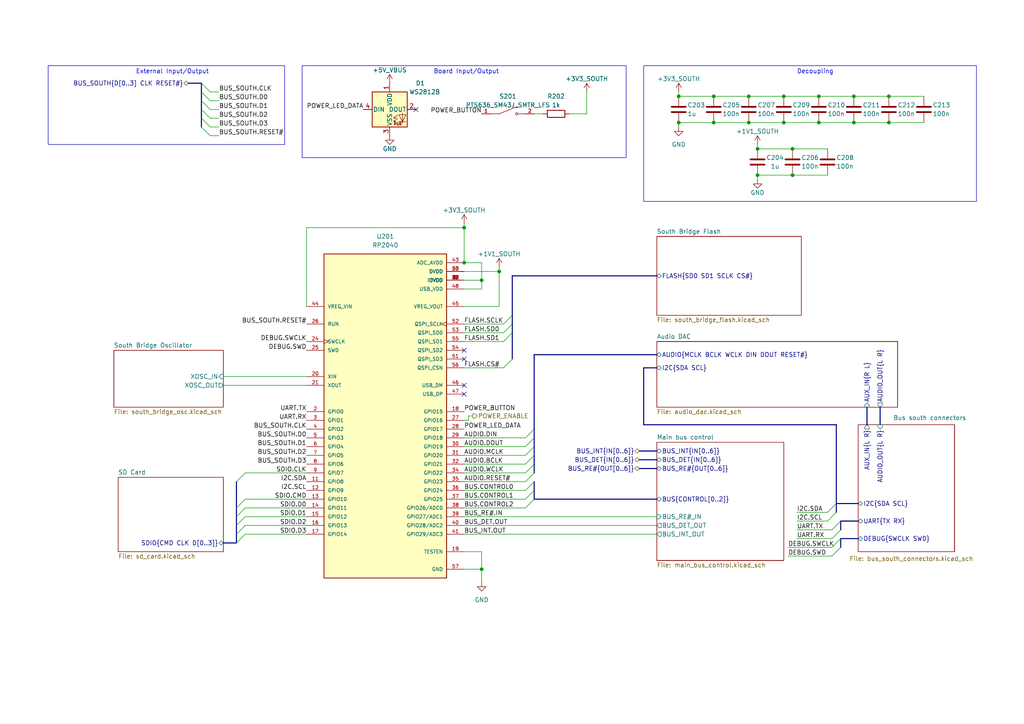
<source format=kicad_sch>
(kicad_sch (version 20221004) (generator eeschema)

  (uuid 606e376d-5089-42bb-b483-103349b53379)

  (paper "A4")

  (lib_symbols
    (symbol "Device:C" (pin_numbers hide) (pin_names (offset 0.254)) (in_bom yes) (on_board yes)
      (property "Reference" "C" (at 0.635 2.54 0)
        (effects (font (size 1.27 1.27)) (justify left))
      )
      (property "Value" "C" (at 0.635 -2.54 0)
        (effects (font (size 1.27 1.27)) (justify left))
      )
      (property "Footprint" "" (at 0.9652 -3.81 0)
        (effects (font (size 1.27 1.27)) hide)
      )
      (property "Datasheet" "~" (at 0 0 0)
        (effects (font (size 1.27 1.27)) hide)
      )
      (property "ki_keywords" "cap capacitor" (at 0 0 0)
        (effects (font (size 1.27 1.27)) hide)
      )
      (property "ki_description" "Unpolarized capacitor" (at 0 0 0)
        (effects (font (size 1.27 1.27)) hide)
      )
      (property "ki_fp_filters" "C_*" (at 0 0 0)
        (effects (font (size 1.27 1.27)) hide)
      )
      (symbol "C_0_1"
        (polyline
          (pts
            (xy -2.032 -0.762)
            (xy 2.032 -0.762)
          )
          (stroke (width 0.508) (type default))
          (fill (type none))
        )
        (polyline
          (pts
            (xy -2.032 0.762)
            (xy 2.032 0.762)
          )
          (stroke (width 0.508) (type default))
          (fill (type none))
        )
      )
      (symbol "C_1_1"
        (pin passive line (at 0 3.81 270) (length 2.794)
          (name "~" (effects (font (size 1.27 1.27))))
          (number "1" (effects (font (size 1.27 1.27))))
        )
        (pin passive line (at 0 -3.81 90) (length 2.794)
          (name "~" (effects (font (size 1.27 1.27))))
          (number "2" (effects (font (size 1.27 1.27))))
        )
      )
    )
    (symbol "Device:R" (pin_numbers hide) (pin_names (offset 0)) (in_bom yes) (on_board yes)
      (property "Reference" "R" (at 2.032 0 90)
        (effects (font (size 1.27 1.27)))
      )
      (property "Value" "R" (at 0 0 90)
        (effects (font (size 1.27 1.27)))
      )
      (property "Footprint" "" (at -1.778 0 90)
        (effects (font (size 1.27 1.27)) hide)
      )
      (property "Datasheet" "~" (at 0 0 0)
        (effects (font (size 1.27 1.27)) hide)
      )
      (property "ki_keywords" "R res resistor" (at 0 0 0)
        (effects (font (size 1.27 1.27)) hide)
      )
      (property "ki_description" "Resistor" (at 0 0 0)
        (effects (font (size 1.27 1.27)) hide)
      )
      (property "ki_fp_filters" "R_*" (at 0 0 0)
        (effects (font (size 1.27 1.27)) hide)
      )
      (symbol "R_0_1"
        (rectangle (start -1.016 -2.54) (end 1.016 2.54)
          (stroke (width 0.254) (type default))
          (fill (type none))
        )
      )
      (symbol "R_1_1"
        (pin passive line (at 0 3.81 270) (length 1.27)
          (name "~" (effects (font (size 1.27 1.27))))
          (number "1" (effects (font (size 1.27 1.27))))
        )
        (pin passive line (at 0 -3.81 90) (length 1.27)
          (name "~" (effects (font (size 1.27 1.27))))
          (number "2" (effects (font (size 1.27 1.27))))
        )
      )
    )
    (symbol "LED:WS2812B" (pin_names (offset 0.254)) (in_bom yes) (on_board yes)
      (property "Reference" "D" (at 5.08 5.715 0)
        (effects (font (size 1.27 1.27)) (justify right bottom))
      )
      (property "Value" "WS2812B" (at 1.27 -5.715 0)
        (effects (font (size 1.27 1.27)) (justify left top))
      )
      (property "Footprint" "LED_SMD:LED_WS2812B_PLCC4_5.0x5.0mm_P3.2mm" (at 1.27 -7.62 0)
        (effects (font (size 1.27 1.27)) (justify left top) hide)
      )
      (property "Datasheet" "https://cdn-shop.adafruit.com/datasheets/WS2812B.pdf" (at 2.54 -9.525 0)
        (effects (font (size 1.27 1.27)) (justify left top) hide)
      )
      (property "ki_keywords" "RGB LED NeoPixel addressable" (at 0 0 0)
        (effects (font (size 1.27 1.27)) hide)
      )
      (property "ki_description" "RGB LED with integrated controller" (at 0 0 0)
        (effects (font (size 1.27 1.27)) hide)
      )
      (property "ki_fp_filters" "LED*WS2812*PLCC*5.0x5.0mm*P3.2mm*" (at 0 0 0)
        (effects (font (size 1.27 1.27)) hide)
      )
      (symbol "WS2812B_0_0"
        (text "RGB" (at 2.286 -4.191 0)
          (effects (font (size 0.762 0.762)))
        )
      )
      (symbol "WS2812B_0_1"
        (polyline
          (pts
            (xy 1.27 -3.556)
            (xy 1.778 -3.556)
          )
          (stroke (width 0) (type default))
          (fill (type none))
        )
        (polyline
          (pts
            (xy 1.27 -2.54)
            (xy 1.778 -2.54)
          )
          (stroke (width 0) (type default))
          (fill (type none))
        )
        (polyline
          (pts
            (xy 4.699 -3.556)
            (xy 2.667 -3.556)
          )
          (stroke (width 0) (type default))
          (fill (type none))
        )
        (polyline
          (pts
            (xy 2.286 -2.54)
            (xy 1.27 -3.556)
            (xy 1.27 -3.048)
          )
          (stroke (width 0) (type default))
          (fill (type none))
        )
        (polyline
          (pts
            (xy 2.286 -1.524)
            (xy 1.27 -2.54)
            (xy 1.27 -2.032)
          )
          (stroke (width 0) (type default))
          (fill (type none))
        )
        (polyline
          (pts
            (xy 3.683 -1.016)
            (xy 3.683 -3.556)
            (xy 3.683 -4.064)
          )
          (stroke (width 0) (type default))
          (fill (type none))
        )
        (polyline
          (pts
            (xy 4.699 -1.524)
            (xy 2.667 -1.524)
            (xy 3.683 -3.556)
            (xy 4.699 -1.524)
          )
          (stroke (width 0) (type default))
          (fill (type none))
        )
        (rectangle (start 5.08 5.08) (end -5.08 -5.08)
          (stroke (width 0.254) (type default))
          (fill (type background))
        )
      )
      (symbol "WS2812B_1_1"
        (pin power_in line (at 0 7.62 270) (length 2.54)
          (name "VDD" (effects (font (size 1.27 1.27))))
          (number "1" (effects (font (size 1.27 1.27))))
        )
        (pin output line (at 7.62 0 180) (length 2.54)
          (name "DOUT" (effects (font (size 1.27 1.27))))
          (number "2" (effects (font (size 1.27 1.27))))
        )
        (pin power_in line (at 0 -7.62 90) (length 2.54)
          (name "VSS" (effects (font (size 1.27 1.27))))
          (number "3" (effects (font (size 1.27 1.27))))
        )
        (pin input line (at -7.62 0 0) (length 2.54)
          (name "DIN" (effects (font (size 1.27 1.27))))
          (number "4" (effects (font (size 1.27 1.27))))
        )
      )
    )
    (symbol "PTS636_SM43J_SMTR_LFS:PTS636_SM43J_SMTR_LFS" (pin_names (offset 1.016) hide) (in_bom yes) (on_board yes)
      (property "Reference" "S" (at -2.54 2.54 0)
        (effects (font (size 1.27 1.27)) (justify left bottom))
      )
      (property "Value" "PTS636_SM43J_SMTR_LFS" (at -2.54 -2.54 0)
        (effects (font (size 1.27 1.27)) (justify left bottom))
      )
      (property "Footprint" "SW_PTS636_SM43J_SMTR_LFS" (at 0 0 0)
        (effects (font (size 1.27 1.27)) (justify left bottom) hide)
      )
      (property "Datasheet" "" (at 0 0 0)
        (effects (font (size 1.27 1.27)) (justify left bottom) hide)
      )
      (property "PARTREV" "27 mar 19" (at 0 0 0)
        (effects (font (size 1.27 1.27)) (justify left bottom) hide)
      )
      (property "MANUFACTURER" "C&K" (at 0 0 0)
        (effects (font (size 1.27 1.27)) (justify left bottom) hide)
      )
      (property "STANDARD" "Manufacturer Recommendations" (at 0 0 0)
        (effects (font (size 1.27 1.27)) (justify left bottom) hide)
      )
      (property "MAXIMUM_PACKAGE_HEIGHT" "4.3 mm" (at 0 0 0)
        (effects (font (size 1.27 1.27)) (justify left bottom) hide)
      )
      (property "ki_locked" "" (at 0 0 0)
        (effects (font (size 1.27 1.27)))
      )
      (symbol "PTS636_SM43J_SMTR_LFS_0_0"
        (polyline
          (pts
            (xy -2.54 0)
            (xy -5.08 0)
          )
          (stroke (width 0.1524) (type solid))
          (fill (type none))
        )
        (polyline
          (pts
            (xy -2.54 0)
            (xy 2.794 2.1336)
          )
          (stroke (width 0.1524) (type solid))
          (fill (type none))
        )
        (polyline
          (pts
            (xy 5.08 0)
            (xy 2.921 0)
          )
          (stroke (width 0.1524) (type solid))
          (fill (type none))
        )
        (circle (center 2.54 0) (radius 0.3302)
          (stroke (width 0.1524) (type solid))
          (fill (type none))
        )
        (pin passive line (at -7.62 0 0) (length 2.54)
          (name "~" (effects (font (size 1.016 1.016))))
          (number "1" (effects (font (size 1.016 1.016))))
        )
        (pin passive line (at 7.62 0 180) (length 2.54)
          (name "~" (effects (font (size 1.016 1.016))))
          (number "2" (effects (font (size 1.016 1.016))))
        )
      )
    )
    (symbol "RP2040:RP2040" (pin_names (offset 1.016)) (in_bom yes) (on_board yes)
      (property "Reference" "U" (at -17.78 50.8 0)
        (effects (font (size 1.27 1.27)) (justify left bottom))
      )
      (property "Value" "RP2040" (at -17.78 -48.26 0)
        (effects (font (size 1.27 1.27)) (justify left bottom))
      )
      (property "Footprint" "QFN40P700X700X90-57N" (at 0 0 0)
        (effects (font (size 1.27 1.27)) (justify left bottom) hide)
      )
      (property "Datasheet" "" (at 0 0 0)
        (effects (font (size 1.27 1.27)) (justify left bottom) hide)
      )
      (property "STANDARD" "IPC 7351B" (at 0 0 0)
        (effects (font (size 1.27 1.27)) (justify left bottom) hide)
      )
      (property "PARTREV" "1.6.1" (at 0 0 0)
        (effects (font (size 1.27 1.27)) (justify left bottom) hide)
      )
      (property "MANUFACTURER" "Raspberry Pi" (at 0 0 0)
        (effects (font (size 1.27 1.27)) (justify left bottom) hide)
      )
      (property "MAXIMUM_PACKAGE_HEIGHT" "0.9 mm" (at 0 0 0)
        (effects (font (size 1.27 1.27)) (justify left bottom) hide)
      )
      (property "ki_locked" "" (at 0 0 0)
        (effects (font (size 1.27 1.27)))
      )
      (symbol "RP2040_0_0"
        (rectangle (start -17.78 -45.72) (end 17.78 48.26)
          (stroke (width 0.254) (type default))
          (fill (type background))
        )
        (pin power_in line (at 22.86 40.64 180) (length 5.08)
          (name "IOVDD" (effects (font (size 1.016 1.016))))
          (number "1" (effects (font (size 1.016 1.016))))
        )
        (pin power_in line (at 22.86 40.64 180) (length 5.08)
          (name "IOVDD" (effects (font (size 1.016 1.016))))
          (number "10" (effects (font (size 1.016 1.016))))
        )
        (pin bidirectional line (at -22.86 -17.78 0) (length 5.08)
          (name "GPIO8" (effects (font (size 1.016 1.016))))
          (number "11" (effects (font (size 1.016 1.016))))
        )
        (pin bidirectional line (at -22.86 -20.32 0) (length 5.08)
          (name "GPIO9" (effects (font (size 1.016 1.016))))
          (number "12" (effects (font (size 1.016 1.016))))
        )
        (pin bidirectional line (at -22.86 -22.86 0) (length 5.08)
          (name "GPIO10" (effects (font (size 1.016 1.016))))
          (number "13" (effects (font (size 1.016 1.016))))
        )
        (pin bidirectional line (at -22.86 -25.4 0) (length 5.08)
          (name "GPIO11" (effects (font (size 1.016 1.016))))
          (number "14" (effects (font (size 1.016 1.016))))
        )
        (pin bidirectional line (at -22.86 -27.94 0) (length 5.08)
          (name "GPIO12" (effects (font (size 1.016 1.016))))
          (number "15" (effects (font (size 1.016 1.016))))
        )
        (pin bidirectional line (at -22.86 -30.48 0) (length 5.08)
          (name "GPIO13" (effects (font (size 1.016 1.016))))
          (number "16" (effects (font (size 1.016 1.016))))
        )
        (pin bidirectional line (at -22.86 -33.02 0) (length 5.08)
          (name "GPIO14" (effects (font (size 1.016 1.016))))
          (number "17" (effects (font (size 1.016 1.016))))
        )
        (pin bidirectional line (at 22.86 2.54 180) (length 5.08)
          (name "GPIO15" (effects (font (size 1.016 1.016))))
          (number "18" (effects (font (size 1.016 1.016))))
        )
        (pin passive line (at 22.86 -38.1 180) (length 5.08)
          (name "TESTEN" (effects (font (size 1.016 1.016))))
          (number "19" (effects (font (size 1.016 1.016))))
        )
        (pin bidirectional line (at -22.86 2.54 0) (length 5.08)
          (name "GPIO0" (effects (font (size 1.016 1.016))))
          (number "2" (effects (font (size 1.016 1.016))))
        )
        (pin input line (at -22.86 12.7 0) (length 5.08)
          (name "XIN" (effects (font (size 1.016 1.016))))
          (number "20" (effects (font (size 1.016 1.016))))
        )
        (pin output line (at -22.86 10.16 0) (length 5.08)
          (name "XOUT" (effects (font (size 1.016 1.016))))
          (number "21" (effects (font (size 1.016 1.016))))
        )
        (pin power_in line (at 22.86 40.64 180) (length 5.08)
          (name "IOVDD" (effects (font (size 1.016 1.016))))
          (number "22" (effects (font (size 1.016 1.016))))
        )
        (pin power_in line (at 22.86 43.18 180) (length 5.08)
          (name "DVDD" (effects (font (size 1.016 1.016))))
          (number "23" (effects (font (size 1.016 1.016))))
        )
        (pin input clock (at -22.86 22.86 0) (length 5.08)
          (name "SWCLK" (effects (font (size 1.016 1.016))))
          (number "24" (effects (font (size 1.016 1.016))))
        )
        (pin bidirectional line (at -22.86 20.32 0) (length 5.08)
          (name "SWD" (effects (font (size 1.016 1.016))))
          (number "25" (effects (font (size 1.016 1.016))))
        )
        (pin input line (at -22.86 27.94 0) (length 5.08)
          (name "RUN" (effects (font (size 1.016 1.016))))
          (number "26" (effects (font (size 1.016 1.016))))
        )
        (pin bidirectional line (at 22.86 0 180) (length 5.08)
          (name "GPIO16" (effects (font (size 1.016 1.016))))
          (number "27" (effects (font (size 1.016 1.016))))
        )
        (pin bidirectional line (at 22.86 -2.54 180) (length 5.08)
          (name "GPIO17" (effects (font (size 1.016 1.016))))
          (number "28" (effects (font (size 1.016 1.016))))
        )
        (pin bidirectional line (at 22.86 -5.08 180) (length 5.08)
          (name "GPIO18" (effects (font (size 1.016 1.016))))
          (number "29" (effects (font (size 1.016 1.016))))
        )
        (pin bidirectional line (at -22.86 0 0) (length 5.08)
          (name "GPIO1" (effects (font (size 1.016 1.016))))
          (number "3" (effects (font (size 1.016 1.016))))
        )
        (pin bidirectional line (at 22.86 -7.62 180) (length 5.08)
          (name "GPIO19" (effects (font (size 1.016 1.016))))
          (number "30" (effects (font (size 1.016 1.016))))
        )
        (pin bidirectional line (at 22.86 -10.16 180) (length 5.08)
          (name "GPIO20" (effects (font (size 1.016 1.016))))
          (number "31" (effects (font (size 1.016 1.016))))
        )
        (pin bidirectional line (at 22.86 -12.7 180) (length 5.08)
          (name "GPIO21" (effects (font (size 1.016 1.016))))
          (number "32" (effects (font (size 1.016 1.016))))
        )
        (pin power_in line (at 22.86 40.64 180) (length 5.08)
          (name "IOVDD" (effects (font (size 1.016 1.016))))
          (number "33" (effects (font (size 1.016 1.016))))
        )
        (pin bidirectional line (at 22.86 -15.24 180) (length 5.08)
          (name "GPIO22" (effects (font (size 1.016 1.016))))
          (number "34" (effects (font (size 1.016 1.016))))
        )
        (pin bidirectional line (at 22.86 -17.78 180) (length 5.08)
          (name "GPIO23" (effects (font (size 1.016 1.016))))
          (number "35" (effects (font (size 1.016 1.016))))
        )
        (pin bidirectional line (at 22.86 -20.32 180) (length 5.08)
          (name "GPIO24" (effects (font (size 1.016 1.016))))
          (number "36" (effects (font (size 1.016 1.016))))
        )
        (pin bidirectional line (at 22.86 -22.86 180) (length 5.08)
          (name "GPIO25" (effects (font (size 1.016 1.016))))
          (number "37" (effects (font (size 1.016 1.016))))
        )
        (pin bidirectional line (at 22.86 -25.4 180) (length 5.08)
          (name "GPIO26/ADC0" (effects (font (size 1.016 1.016))))
          (number "38" (effects (font (size 1.016 1.016))))
        )
        (pin bidirectional line (at 22.86 -27.94 180) (length 5.08)
          (name "GPIO27/ADC1" (effects (font (size 1.016 1.016))))
          (number "39" (effects (font (size 1.016 1.016))))
        )
        (pin bidirectional line (at -22.86 -2.54 0) (length 5.08)
          (name "GPIO2" (effects (font (size 1.016 1.016))))
          (number "4" (effects (font (size 1.016 1.016))))
        )
        (pin bidirectional line (at 22.86 -30.48 180) (length 5.08)
          (name "GPIO28/ADC2" (effects (font (size 1.016 1.016))))
          (number "40" (effects (font (size 1.016 1.016))))
        )
        (pin bidirectional line (at 22.86 -33.02 180) (length 5.08)
          (name "GPIO29/ADC3" (effects (font (size 1.016 1.016))))
          (number "41" (effects (font (size 1.016 1.016))))
        )
        (pin power_in line (at 22.86 40.64 180) (length 5.08)
          (name "IOVDD" (effects (font (size 1.016 1.016))))
          (number "42" (effects (font (size 1.016 1.016))))
        )
        (pin power_in line (at 22.86 45.72 180) (length 5.08)
          (name "ADC_AVDD" (effects (font (size 1.016 1.016))))
          (number "43" (effects (font (size 1.016 1.016))))
        )
        (pin input line (at -22.86 33.02 0) (length 5.08)
          (name "VREG_VIN" (effects (font (size 1.016 1.016))))
          (number "44" (effects (font (size 1.016 1.016))))
        )
        (pin power_out line (at 22.86 33.02 180) (length 5.08)
          (name "VREG_VOUT" (effects (font (size 1.016 1.016))))
          (number "45" (effects (font (size 1.016 1.016))))
        )
        (pin bidirectional line (at 22.86 10.16 180) (length 5.08)
          (name "USB_DM" (effects (font (size 1.016 1.016))))
          (number "46" (effects (font (size 1.016 1.016))))
        )
        (pin bidirectional line (at 22.86 7.62 180) (length 5.08)
          (name "USB_DP" (effects (font (size 1.016 1.016))))
          (number "47" (effects (font (size 1.016 1.016))))
        )
        (pin power_in line (at 22.86 38.1 180) (length 5.08)
          (name "USB_VDD" (effects (font (size 1.016 1.016))))
          (number "48" (effects (font (size 1.016 1.016))))
        )
        (pin power_in line (at 22.86 40.64 180) (length 5.08)
          (name "IOVDD" (effects (font (size 1.016 1.016))))
          (number "49" (effects (font (size 1.016 1.016))))
        )
        (pin bidirectional line (at -22.86 -5.08 0) (length 5.08)
          (name "GPIO3" (effects (font (size 1.016 1.016))))
          (number "5" (effects (font (size 1.016 1.016))))
        )
        (pin power_in line (at 22.86 43.18 180) (length 5.08)
          (name "DVDD" (effects (font (size 1.016 1.016))))
          (number "50" (effects (font (size 1.016 1.016))))
        )
        (pin bidirectional line (at 22.86 17.78 180) (length 5.08)
          (name "QSPI_SD3" (effects (font (size 1.016 1.016))))
          (number "51" (effects (font (size 1.016 1.016))))
        )
        (pin bidirectional clock (at 22.86 27.94 180) (length 5.08)
          (name "QSPI_SCLK" (effects (font (size 1.016 1.016))))
          (number "52" (effects (font (size 1.016 1.016))))
        )
        (pin bidirectional line (at 22.86 25.4 180) (length 5.08)
          (name "QSPI_SD0" (effects (font (size 1.016 1.016))))
          (number "53" (effects (font (size 1.016 1.016))))
        )
        (pin bidirectional line (at 22.86 20.32 180) (length 5.08)
          (name "QSPI_SD2" (effects (font (size 1.016 1.016))))
          (number "54" (effects (font (size 1.016 1.016))))
        )
        (pin bidirectional line (at 22.86 22.86 180) (length 5.08)
          (name "QSPI_SD1" (effects (font (size 1.016 1.016))))
          (number "55" (effects (font (size 1.016 1.016))))
        )
        (pin bidirectional line (at 22.86 15.24 180) (length 5.08)
          (name "QSPI_CSN" (effects (font (size 1.016 1.016))))
          (number "56" (effects (font (size 1.016 1.016))))
        )
        (pin power_in line (at 22.86 -43.18 180) (length 5.08)
          (name "GND" (effects (font (size 1.016 1.016))))
          (number "57" (effects (font (size 1.016 1.016))))
        )
        (pin bidirectional line (at -22.86 -7.62 0) (length 5.08)
          (name "GPIO4" (effects (font (size 1.016 1.016))))
          (number "6" (effects (font (size 1.016 1.016))))
        )
        (pin bidirectional line (at -22.86 -10.16 0) (length 5.08)
          (name "GPIO5" (effects (font (size 1.016 1.016))))
          (number "7" (effects (font (size 1.016 1.016))))
        )
        (pin bidirectional line (at -22.86 -12.7 0) (length 5.08)
          (name "GPIO6" (effects (font (size 1.016 1.016))))
          (number "8" (effects (font (size 1.016 1.016))))
        )
        (pin bidirectional line (at -22.86 -15.24 0) (length 5.08)
          (name "GPIO7" (effects (font (size 1.016 1.016))))
          (number "9" (effects (font (size 1.016 1.016))))
        )
      )
    )
    (symbol "power:GND" (power) (pin_names (offset 0)) (in_bom yes) (on_board yes)
      (property "Reference" "#PWR" (at 0 -6.35 0)
        (effects (font (size 1.27 1.27)) hide)
      )
      (property "Value" "GND" (at 0 -3.81 0)
        (effects (font (size 1.27 1.27)))
      )
      (property "Footprint" "" (at 0 0 0)
        (effects (font (size 1.27 1.27)) hide)
      )
      (property "Datasheet" "" (at 0 0 0)
        (effects (font (size 1.27 1.27)) hide)
      )
      (property "ki_keywords" "power-flag" (at 0 0 0)
        (effects (font (size 1.27 1.27)) hide)
      )
      (property "ki_description" "Power symbol creates a global label with name \"GND\" , ground" (at 0 0 0)
        (effects (font (size 1.27 1.27)) hide)
      )
      (symbol "GND_0_1"
        (polyline
          (pts
            (xy 0 0)
            (xy 0 -1.27)
            (xy 1.27 -1.27)
            (xy 0 -2.54)
            (xy -1.27 -1.27)
            (xy 0 -1.27)
          )
          (stroke (width 0) (type default))
          (fill (type none))
        )
      )
      (symbol "GND_1_1"
        (pin power_in line (at 0 0 270) (length 0) hide
          (name "GND" (effects (font (size 1.27 1.27))))
          (number "1" (effects (font (size 1.27 1.27))))
        )
      )
    )
    (symbol "project_power:+1V1_SOUTH" (power) (pin_names (offset 0)) (in_bom yes) (on_board yes)
      (property "Reference" "#PWR" (at 0 -3.81 0)
        (effects (font (size 1.27 1.27)) hide)
      )
      (property "Value" "+1V1_SOUTH" (at 0 3.556 0)
        (effects (font (size 1.27 1.27)))
      )
      (property "Footprint" "" (at 0 0 0)
        (effects (font (size 1.27 1.27)) hide)
      )
      (property "Datasheet" "" (at 0 0 0)
        (effects (font (size 1.27 1.27)) hide)
      )
      (property "ki_keywords" "power-flag" (at 0 0 0)
        (effects (font (size 1.27 1.27)) hide)
      )
      (property "ki_description" "Power symbol creates a global label with name \"+3V3_MCU\"" (at 0 0 0)
        (effects (font (size 1.27 1.27)) hide)
      )
      (symbol "+1V1_SOUTH_0_1"
        (polyline
          (pts
            (xy -0.762 1.27)
            (xy 0 2.54)
          )
          (stroke (width 0) (type default))
          (fill (type none))
        )
        (polyline
          (pts
            (xy 0 0)
            (xy 0 2.54)
          )
          (stroke (width 0) (type default))
          (fill (type none))
        )
        (polyline
          (pts
            (xy 0 2.54)
            (xy 0.762 1.27)
          )
          (stroke (width 0) (type default))
          (fill (type none))
        )
      )
      (symbol "+1V1_SOUTH_1_1"
        (pin power_in line (at 0 0 90) (length 0) hide
          (name "+1V1_SOUTH" (effects (font (size 1.27 1.27))))
          (number "1" (effects (font (size 1.27 1.27))))
        )
      )
    )
    (symbol "project_power:+3V3_SOUTH" (power) (pin_names (offset 0)) (in_bom yes) (on_board yes)
      (property "Reference" "#PWR" (at 0 -3.81 0)
        (effects (font (size 1.27 1.27)) hide)
      )
      (property "Value" "+3V3_SOUTH" (at 0 3.556 0)
        (effects (font (size 1.27 1.27)))
      )
      (property "Footprint" "" (at 0 0 0)
        (effects (font (size 1.27 1.27)) hide)
      )
      (property "Datasheet" "" (at 0 0 0)
        (effects (font (size 1.27 1.27)) hide)
      )
      (property "ki_keywords" "power-flag" (at 0 0 0)
        (effects (font (size 1.27 1.27)) hide)
      )
      (property "ki_description" "Power symbol creates a global label with name \"+3V3_MCU\"" (at 0 0 0)
        (effects (font (size 1.27 1.27)) hide)
      )
      (symbol "+3V3_SOUTH_0_1"
        (polyline
          (pts
            (xy -0.762 1.27)
            (xy 0 2.54)
          )
          (stroke (width 0) (type default))
          (fill (type none))
        )
        (polyline
          (pts
            (xy 0 0)
            (xy 0 2.54)
          )
          (stroke (width 0) (type default))
          (fill (type none))
        )
        (polyline
          (pts
            (xy 0 2.54)
            (xy 0.762 1.27)
          )
          (stroke (width 0) (type default))
          (fill (type none))
        )
      )
      (symbol "+3V3_SOUTH_1_1"
        (pin power_in line (at 0 0 90) (length 0) hide
          (name "+3V3_SOUTH" (effects (font (size 1.27 1.27))))
          (number "1" (effects (font (size 1.27 1.27))))
        )
      )
    )
    (symbol "project_power:+5V_VBUS" (power) (pin_names (offset 0)) (in_bom yes) (on_board yes)
      (property "Reference" "#PWR" (at 0 -3.81 0)
        (effects (font (size 1.27 1.27)) hide)
      )
      (property "Value" "+5V_VBUS" (at 0 3.556 0)
        (effects (font (size 1.27 1.27)))
      )
      (property "Footprint" "" (at 0 0 0)
        (effects (font (size 1.27 1.27)) hide)
      )
      (property "Datasheet" "" (at 0 0 0)
        (effects (font (size 1.27 1.27)) hide)
      )
      (property "ki_keywords" "power-flag" (at 0 0 0)
        (effects (font (size 1.27 1.27)) hide)
      )
      (property "ki_description" "Power symbol creates a global label with name \"+5V\"" (at 0 0 0)
        (effects (font (size 1.27 1.27)) hide)
      )
      (symbol "+5V_VBUS_0_1"
        (polyline
          (pts
            (xy -0.762 1.27)
            (xy 0 2.54)
          )
          (stroke (width 0) (type default))
          (fill (type none))
        )
        (polyline
          (pts
            (xy 0 0)
            (xy 0 2.54)
          )
          (stroke (width 0) (type default))
          (fill (type none))
        )
        (polyline
          (pts
            (xy 0 2.54)
            (xy 0.762 1.27)
          )
          (stroke (width 0) (type default))
          (fill (type none))
        )
      )
      (symbol "+5V_VBUS_1_1"
        (pin power_in line (at 0 0 90) (length 0) hide
          (name "+5V_VBUS" (effects (font (size 1.27 1.27))))
          (number "1" (effects (font (size 1.27 1.27))))
        )
      )
    )
  )

  (junction (at 207.01 35.56) (diameter 0) (color 0 0 0 0)
    (uuid 14125174-aeb8-443e-8ddf-8067d01c1801)
  )
  (junction (at 237.49 27.94) (diameter 0) (color 0 0 0 0)
    (uuid 26c31ff0-5b91-4719-a43f-542d53c53e87)
  )
  (junction (at 247.65 27.94) (diameter 0) (color 0 0 0 0)
    (uuid 2b6c4287-758e-4245-acfb-231cc03c666e)
  )
  (junction (at 207.01 27.94) (diameter 0) (color 0 0 0 0)
    (uuid 2d696d7e-16f7-40cc-8b2e-c61751d220e6)
  )
  (junction (at 217.17 27.94) (diameter 0) (color 0 0 0 0)
    (uuid 3109e5e8-dff4-4e3c-b7d0-0a5795f26aef)
  )
  (junction (at 227.33 35.56) (diameter 0) (color 0 0 0 0)
    (uuid 4aa778cd-a137-4658-bc5a-4ecaaa3d789b)
  )
  (junction (at 229.87 43.18) (diameter 0) (color 0 0 0 0)
    (uuid 4b83a5f0-1c9c-48a6-aa75-141252d4c6dc)
  )
  (junction (at 134.62 76.2) (diameter 0) (color 0 0 0 0)
    (uuid 5067e064-0f33-430c-b552-8923dc1d5da1)
  )
  (junction (at 247.65 35.56) (diameter 0) (color 0 0 0 0)
    (uuid 5290c39f-1861-49ea-b032-1961ccf8f4d1)
  )
  (junction (at 144.78 78.74) (diameter 0) (color 0 0 0 0)
    (uuid 539214fd-32fb-413e-b682-fd35e4634c90)
  )
  (junction (at 257.81 27.94) (diameter 0) (color 0 0 0 0)
    (uuid 560d5cd2-cfee-4676-b27d-57be6a3edac3)
  )
  (junction (at 227.33 27.94) (diameter 0) (color 0 0 0 0)
    (uuid 573cda9a-9dbc-40a5-9ada-d2e017597d66)
  )
  (junction (at 219.71 50.8) (diameter 0) (color 0 0 0 0)
    (uuid 5f9c4b58-4ca4-47d6-96f2-8cb6e0365176)
  )
  (junction (at 229.87 50.8) (diameter 0) (color 0 0 0 0)
    (uuid 64af5670-a217-48af-a2a5-ec507fa2a53b)
  )
  (junction (at 257.81 35.56) (diameter 0) (color 0 0 0 0)
    (uuid 7b756b01-c333-4d3b-b310-9b179b33babd)
  )
  (junction (at 139.7 165.1) (diameter 0) (color 0 0 0 0)
    (uuid 7f3694ac-fbc5-416a-82fd-25891f026800)
  )
  (junction (at 139.7 81.28) (diameter 0) (color 0 0 0 0)
    (uuid 89624fb1-02bb-44c8-bf9a-6254805d0252)
  )
  (junction (at 217.17 35.56) (diameter 0) (color 0 0 0 0)
    (uuid 8d200c13-34b2-4ff0-99ac-c1a01b136302)
  )
  (junction (at 196.85 35.56) (diameter 0) (color 0 0 0 0)
    (uuid 90a6609e-8339-48c7-8dad-6124fc3ba10a)
  )
  (junction (at 134.62 66.04) (diameter 0) (color 0 0 0 0)
    (uuid b9da39c3-97f8-4973-8c15-31529a14a469)
  )
  (junction (at 237.49 35.56) (diameter 0) (color 0 0 0 0)
    (uuid be71ae0e-79cd-46c1-919a-b32b2a9820e6)
  )
  (junction (at 219.71 43.18) (diameter 0) (color 0 0 0 0)
    (uuid ddce9401-0096-4d01-8e7f-156530693726)
  )
  (junction (at 196.85 27.94) (diameter 0) (color 0 0 0 0)
    (uuid ec49e493-9053-41b2-8e22-464ca711b4da)
  )

  (no_connect (at 134.62 104.14) (uuid 4e38858d-9e4e-408e-a517-93d5f996f3e0))
  (no_connect (at 134.62 114.3) (uuid 65c9d23b-7173-4967-8e93-9d34858cbc11))
  (no_connect (at 120.65 31.75) (uuid 6d9bbc7b-7c2b-44ec-a84e-4189dad8a9dc))
  (no_connect (at 134.62 111.76) (uuid 7c5559e8-b2ee-4ecd-bbb6-0b129c4bf511))
  (no_connect (at 134.62 101.6) (uuid a86c3e84-83fa-4588-bf9c-68f33518a9ed))

  (bus_entry (at 154.94 137.16) (size -2.54 2.54)
    (stroke (width 0) (type default))
    (uuid 00187a3b-f981-45c6-af85-8de36586abbc)
  )
  (bus_entry (at 148.59 93.98) (size -2.54 2.54)
    (stroke (width 0) (type default))
    (uuid 007f0379-20c6-49ec-8a07-1fb5b0802242)
  )
  (bus_entry (at 243.84 158.75) (size -2.54 2.54)
    (stroke (width 0) (type default))
    (uuid 0973c071-5a6e-4bf9-a23c-de84105b161d)
  )
  (bus_entry (at 154.94 129.54) (size -2.54 2.54)
    (stroke (width 0) (type default))
    (uuid 124a102b-c5ed-42be-8c6a-0d85b048367d)
  )
  (bus_entry (at 68.58 149.86) (size 2.54 -2.54)
    (stroke (width 0) (type default))
    (uuid 125a5a1b-38b2-46ff-82fb-0d7e73c50ac1)
  )
  (bus_entry (at 68.58 154.94) (size 2.54 -2.54)
    (stroke (width 0) (type default))
    (uuid 189c8bb2-3a58-43fc-b4c1-0044da6d199e)
  )
  (bus_entry (at 243.84 153.67) (size -2.54 2.54)
    (stroke (width 0) (type default))
    (uuid 2a34834a-0674-4885-8e04-a6b9fefcf245)
  )
  (bus_entry (at 58.42 36.83) (size 2.54 2.54)
    (stroke (width 0) (type default))
    (uuid 2ab703c0-1baa-47c3-8c70-1d7780814975)
  )
  (bus_entry (at 58.42 34.29) (size 2.54 2.54)
    (stroke (width 0) (type default))
    (uuid 3294c85e-4055-438b-be83-c48d11cd6712)
  )
  (bus_entry (at 242.57 148.59) (size -2.54 2.54)
    (stroke (width 0) (type default))
    (uuid 376b6a57-e2f1-4b3d-a86c-f73e39995d06)
  )
  (bus_entry (at 58.42 29.21) (size 2.54 2.54)
    (stroke (width 0) (type default))
    (uuid 45e40d95-3f9a-46c4-8783-0e71db4fac9b)
  )
  (bus_entry (at 58.42 24.13) (size 2.54 2.54)
    (stroke (width 0) (type default))
    (uuid 4945acca-ceab-41ca-9b38-9231bcf2f289)
  )
  (bus_entry (at 148.59 96.52) (size -2.54 2.54)
    (stroke (width 0) (type default))
    (uuid 671d21d4-7d94-477f-a214-e85dbdb67b9c)
  )
  (bus_entry (at 152.4 147.32) (size 2.54 -2.54)
    (stroke (width 0) (type default))
    (uuid 693482ab-2806-453a-bc49-c3cf26e6b741)
  )
  (bus_entry (at 243.84 156.21) (size -2.54 2.54)
    (stroke (width 0) (type default))
    (uuid 6c7a5297-764f-4d34-bd16-c45c86a740a3)
  )
  (bus_entry (at 154.94 134.62) (size -2.54 2.54)
    (stroke (width 0) (type default))
    (uuid 83847fe0-dcb9-49d5-aac8-113050a3486d)
  )
  (bus_entry (at 68.58 152.4) (size 2.54 -2.54)
    (stroke (width 0) (type default))
    (uuid 861ffeba-7953-45ff-94e1-9a9c9589a637)
  )
  (bus_entry (at 152.4 144.78) (size 2.54 -2.54)
    (stroke (width 0) (type default))
    (uuid 8c893f83-d48b-423e-a06f-99d87b42a505)
  )
  (bus_entry (at 154.94 127) (size -2.54 2.54)
    (stroke (width 0) (type default))
    (uuid 8f9ef46f-f78b-4ee3-9705-5fa1fbf25954)
  )
  (bus_entry (at 68.58 157.48) (size 2.54 -2.54)
    (stroke (width 0) (type default))
    (uuid 9d89f909-c4ea-412b-a01e-ab297794bc74)
  )
  (bus_entry (at 58.42 31.75) (size 2.54 2.54)
    (stroke (width 0) (type default))
    (uuid a64e94eb-335e-46c2-b29b-a7ed5c5aa6bf)
  )
  (bus_entry (at 154.94 124.46) (size -2.54 2.54)
    (stroke (width 0) (type default))
    (uuid a7ddfd83-232e-4a63-b8b9-9cde562a791b)
  )
  (bus_entry (at 68.58 147.32) (size 2.54 -2.54)
    (stroke (width 0) (type default))
    (uuid bbf58691-b401-4f23-ad31-afa16855d7bf)
  )
  (bus_entry (at 58.42 26.67) (size 2.54 2.54)
    (stroke (width 0) (type default))
    (uuid cbedfd39-14c9-489e-801c-1eae091acccd)
  )
  (bus_entry (at 152.4 142.24) (size 2.54 -2.54)
    (stroke (width 0) (type default))
    (uuid cd8f4e55-ea21-4ab1-a655-c9489a6c5f37)
  )
  (bus_entry (at 148.59 104.14) (size -2.54 2.54)
    (stroke (width 0) (type default))
    (uuid d1ffbd8f-04b1-41b2-956d-b8a3d2b53c5d)
  )
  (bus_entry (at 146.05 93.98) (size 2.54 -2.54)
    (stroke (width 0) (type default))
    (uuid d34f7363-4f4f-4dd1-b8f1-cbe67e3b5b9e)
  )
  (bus_entry (at 154.94 132.08) (size -2.54 2.54)
    (stroke (width 0) (type default))
    (uuid e1aac48a-d01b-499e-83ee-fc920e4a8862)
  )
  (bus_entry (at 68.58 139.7) (size 2.54 -2.54)
    (stroke (width 0) (type default))
    (uuid ec71bc70-e076-4576-9c6d-9f05666ea4a4)
  )
  (bus_entry (at 243.84 151.13) (size -2.54 2.54)
    (stroke (width 0) (type default))
    (uuid f78c0f8a-74af-4d81-a30e-5b137d4ba303)
  )
  (bus_entry (at 242.57 146.05) (size -2.54 2.54)
    (stroke (width 0) (type default))
    (uuid fc3bf831-cc98-4696-af24-c15bcb07538f)
  )

  (wire (pts (xy 134.62 134.62) (xy 152.4 134.62))
    (stroke (width 0) (type default))
    (uuid 0206429b-0fa7-47ca-b455-a906c5eb67af)
  )
  (wire (pts (xy 219.71 43.18) (xy 229.87 43.18))
    (stroke (width 0) (type default))
    (uuid 05394f9f-fee7-46d0-98e6-5c7fab021ccc)
  )
  (bus (pts (xy 58.42 24.13) (xy 58.42 26.67))
    (stroke (width 0) (type default))
    (uuid 05e687c5-a76c-4fcf-9706-ead24326775e)
  )

  (wire (pts (xy 247.65 27.94) (xy 257.81 27.94))
    (stroke (width 0) (type default))
    (uuid 06af98c8-c51b-4d14-abde-fd8cdd8b1346)
  )
  (wire (pts (xy 135.89 120.65) (xy 135.89 121.92))
    (stroke (width 0) (type default))
    (uuid 07507627-8749-4ecd-b9a1-374ebebf279c)
  )
  (wire (pts (xy 219.71 50.8) (xy 229.87 50.8))
    (stroke (width 0) (type default))
    (uuid 0af20cfd-7dd2-4a35-9a68-2b48c10a89d5)
  )
  (wire (pts (xy 196.85 27.94) (xy 207.01 27.94))
    (stroke (width 0) (type default))
    (uuid 0c316a13-df57-43f7-a726-4731549a9d3e)
  )
  (bus (pts (xy 242.57 146.05) (xy 242.57 148.59))
    (stroke (width 0) (type default))
    (uuid 0d092ec5-3c40-439d-90fd-ae724f929d2a)
  )

  (wire (pts (xy 217.17 35.56) (xy 227.33 35.56))
    (stroke (width 0) (type default))
    (uuid 0edfad69-2e67-4b51-bd5f-54f7759ec913)
  )
  (wire (pts (xy 207.01 35.56) (xy 217.17 35.56))
    (stroke (width 0) (type default))
    (uuid 0feadf83-4794-40c5-bdfe-170c13f54704)
  )
  (wire (pts (xy 134.62 66.04) (xy 134.62 76.2))
    (stroke (width 0) (type default))
    (uuid 1042d30f-a291-4666-b5a3-cd74e6fe60cc)
  )
  (wire (pts (xy 228.6 161.29) (xy 241.3 161.29))
    (stroke (width 0) (type default))
    (uuid 1250ab29-8535-4cf8-8d52-bbbd3f1cc11a)
  )
  (wire (pts (xy 229.87 43.18) (xy 240.03 43.18))
    (stroke (width 0) (type default))
    (uuid 142fd9d6-5395-4dd5-9218-26e5e8dd5ac8)
  )
  (wire (pts (xy 170.18 26.67) (xy 170.18 33.02))
    (stroke (width 0) (type default))
    (uuid 14394cb7-1d19-4953-b3a9-75cac38e37d2)
  )
  (wire (pts (xy 237.49 35.56) (xy 247.65 35.56))
    (stroke (width 0) (type default))
    (uuid 1835474a-c519-4c33-bde2-cc0e50d82900)
  )
  (wire (pts (xy 227.33 35.56) (xy 237.49 35.56))
    (stroke (width 0) (type default))
    (uuid 1bb86464-6568-44e8-973f-d28ae46b22c2)
  )
  (wire (pts (xy 247.65 35.56) (xy 257.81 35.56))
    (stroke (width 0) (type default))
    (uuid 28afbe6e-7524-4f6c-8ecc-7050c68a3272)
  )
  (wire (pts (xy 196.85 35.56) (xy 207.01 35.56))
    (stroke (width 0) (type default))
    (uuid 29d923ff-e302-4b0f-b24f-5b8e026680ee)
  )
  (wire (pts (xy 134.62 132.08) (xy 152.4 132.08))
    (stroke (width 0) (type default))
    (uuid 2ac0360b-2305-40ad-aeae-27e801e93ce7)
  )
  (bus (pts (xy 243.84 151.13) (xy 248.92 151.13))
    (stroke (width 0) (type default))
    (uuid 2ae7eab7-b989-4c80-8a17-37df0bb238b9)
  )
  (bus (pts (xy 186.69 123.19) (xy 242.57 123.19))
    (stroke (width 0) (type default))
    (uuid 2b414dc4-467b-4bab-9214-4cf863381250)
  )

  (wire (pts (xy 71.12 154.94) (xy 88.9 154.94))
    (stroke (width 0) (type default))
    (uuid 2efd4bdb-4607-4d94-828e-e4d504c35124)
  )
  (bus (pts (xy 68.58 147.32) (xy 68.58 149.86))
    (stroke (width 0) (type default))
    (uuid 30db2044-f725-4253-b243-7590e38b00a6)
  )

  (wire (pts (xy 134.62 129.54) (xy 152.4 129.54))
    (stroke (width 0) (type default))
    (uuid 362665eb-946a-46fd-8d5a-3e5e02f5daf3)
  )
  (bus (pts (xy 186.69 106.68) (xy 186.69 123.19))
    (stroke (width 0) (type default))
    (uuid 386e41b4-849a-4611-8fb3-e59b614cf4fb)
  )

  (wire (pts (xy 134.62 152.4) (xy 190.5 152.4))
    (stroke (width 0) (type default))
    (uuid 38e3798a-e657-4eba-99d0-99ccc42afd0b)
  )
  (bus (pts (xy 185.42 133.35) (xy 190.5 133.35))
    (stroke (width 0) (type default))
    (uuid 3b7491ee-1dce-441c-9afd-4001876bb787)
  )

  (wire (pts (xy 229.87 50.8) (xy 240.03 50.8))
    (stroke (width 0) (type default))
    (uuid 41d2a43b-7111-49fc-9541-3effe4fb8258)
  )
  (bus (pts (xy 255.27 118.11) (xy 255.27 123.19))
    (stroke (width 0) (type default))
    (uuid 44d837e3-af76-45af-b781-11ec437f44a4)
  )
  (bus (pts (xy 243.84 151.13) (xy 243.84 153.67))
    (stroke (width 0) (type default))
    (uuid 4a1bfc4a-3dfe-4cf6-a91d-9039a8303991)
  )

  (wire (pts (xy 157.48 33.02) (xy 154.94 33.02))
    (stroke (width 0) (type default))
    (uuid 4bdef546-40c7-4ac0-bbf5-2da75bf4a0a7)
  )
  (wire (pts (xy 196.85 36.83) (xy 196.85 35.56))
    (stroke (width 0) (type default))
    (uuid 52206acb-50ee-4fef-bc00-8b54d64bb2c2)
  )
  (wire (pts (xy 71.12 137.16) (xy 88.9 137.16))
    (stroke (width 0) (type default))
    (uuid 55b65ccc-a05c-4f8c-b4e9-36b104cc536d)
  )
  (wire (pts (xy 134.62 137.16) (xy 152.4 137.16))
    (stroke (width 0) (type default))
    (uuid 59168e4f-703a-48fc-b6ba-d2a06dfc1a2b)
  )
  (wire (pts (xy 231.14 151.13) (xy 240.03 151.13))
    (stroke (width 0) (type default))
    (uuid 591e44f3-5a10-4078-9a7f-53e6b24e744c)
  )
  (wire (pts (xy 217.17 27.94) (xy 227.33 27.94))
    (stroke (width 0) (type default))
    (uuid 5b4bdae7-eca6-4a19-9302-f2b9cfead271)
  )
  (wire (pts (xy 71.12 152.4) (xy 88.9 152.4))
    (stroke (width 0) (type default))
    (uuid 5cd563bf-f180-4173-8128-b1a2d7510b6e)
  )
  (bus (pts (xy 154.94 142.24) (xy 154.94 139.7))
    (stroke (width 0) (type default))
    (uuid 5e90e602-bc1d-4726-94bd-6aab5367cf15)
  )
  (bus (pts (xy 68.58 139.7) (xy 68.58 147.32))
    (stroke (width 0) (type default))
    (uuid 5f49eb77-9086-41ff-8217-683e67c5b04c)
  )
  (bus (pts (xy 154.94 144.78) (xy 154.94 142.24))
    (stroke (width 0) (type default))
    (uuid 61bd561f-2fa3-49b8-8bdc-dd7794be565d)
  )

  (wire (pts (xy 134.62 106.68) (xy 146.05 106.68))
    (stroke (width 0) (type default))
    (uuid 6305f32f-ca8f-4a61-92e9-14f783648d57)
  )
  (wire (pts (xy 257.81 35.56) (xy 267.97 35.56))
    (stroke (width 0) (type default))
    (uuid 64ab5bd4-23de-489a-b845-55df5636c20b)
  )
  (wire (pts (xy 139.7 81.28) (xy 139.7 76.2))
    (stroke (width 0) (type default))
    (uuid 653604f2-87e3-48a4-bde4-660e9d6db471)
  )
  (wire (pts (xy 60.96 39.37) (xy 63.5 39.37))
    (stroke (width 0) (type default))
    (uuid 665aa869-a824-40d3-883b-1574b38c725e)
  )
  (wire (pts (xy 134.62 154.94) (xy 190.5 154.94))
    (stroke (width 0) (type default))
    (uuid 66d965cc-d80c-4a9d-957a-c436ffa85240)
  )
  (wire (pts (xy 139.7 83.82) (xy 139.7 81.28))
    (stroke (width 0) (type default))
    (uuid 6a4162a9-3c0e-4d2d-95a7-21a3d4005d83)
  )
  (bus (pts (xy 154.94 134.62) (xy 154.94 137.16))
    (stroke (width 0) (type default))
    (uuid 6ac1e7ec-63ab-4a95-b3c3-cf4caf369068)
  )

  (wire (pts (xy 60.96 29.21) (xy 63.5 29.21))
    (stroke (width 0) (type default))
    (uuid 6b4497df-304c-4b60-898b-aa3ee8ab4d1e)
  )
  (bus (pts (xy 154.94 132.08) (xy 154.94 134.62))
    (stroke (width 0) (type default))
    (uuid 6c095bdf-fec4-4259-a65b-db0a05c95e78)
  )

  (wire (pts (xy 227.33 27.94) (xy 237.49 27.94))
    (stroke (width 0) (type default))
    (uuid 6e43607d-8228-452d-9149-4bfd9fa0522f)
  )
  (bus (pts (xy 190.5 106.68) (xy 186.69 106.68))
    (stroke (width 0) (type default))
    (uuid 714dbe9f-8429-4297-8600-9f95670b8735)
  )

  (wire (pts (xy 139.7 160.02) (xy 134.62 160.02))
    (stroke (width 0) (type default))
    (uuid 7bf646f7-5688-49d2-93eb-64b0ba273d2b)
  )
  (wire (pts (xy 241.3 153.67) (xy 231.14 153.67))
    (stroke (width 0) (type default))
    (uuid 7bfabce0-c245-4680-9f3c-24e2233d0086)
  )
  (wire (pts (xy 228.6 158.75) (xy 241.3 158.75))
    (stroke (width 0) (type default))
    (uuid 7c2e5297-8d0d-4c05-92b1-05f86ca7daac)
  )
  (wire (pts (xy 134.62 78.74) (xy 144.78 78.74))
    (stroke (width 0) (type default))
    (uuid 7c8992ef-6eea-47f2-8b62-6edd97ac2bdd)
  )
  (bus (pts (xy 148.59 93.98) (xy 148.59 96.52))
    (stroke (width 0) (type default))
    (uuid 8046b3d5-bd2f-4144-94d2-a2b5821f4abb)
  )

  (wire (pts (xy 237.49 27.94) (xy 247.65 27.94))
    (stroke (width 0) (type default))
    (uuid 808d76cd-5397-4158-8d8b-3dbad190e1e4)
  )
  (bus (pts (xy 64.77 157.48) (xy 68.58 157.48))
    (stroke (width 0) (type default))
    (uuid 81bb16e8-4f9c-4619-b5cf-ac497069e8bb)
  )

  (wire (pts (xy 134.62 127) (xy 152.4 127))
    (stroke (width 0) (type default))
    (uuid 848d788a-cde8-468c-93c7-b5e14a7e3c11)
  )
  (bus (pts (xy 58.42 29.21) (xy 58.42 31.75))
    (stroke (width 0) (type default))
    (uuid 8545cd40-00a4-47df-824a-42da03124d18)
  )
  (bus (pts (xy 248.92 146.05) (xy 242.57 146.05))
    (stroke (width 0) (type default))
    (uuid 855be407-b153-45c4-89ea-820aa7a7c741)
  )

  (wire (pts (xy 134.62 76.2) (xy 139.7 76.2))
    (stroke (width 0) (type default))
    (uuid 8d6b15cd-573c-4695-b157-2e136182b33a)
  )
  (bus (pts (xy 154.94 144.78) (xy 190.5 144.78))
    (stroke (width 0) (type default))
    (uuid 9032eb57-3129-451e-bf8c-0803580d76d9)
  )

  (wire (pts (xy 207.01 27.94) (xy 217.17 27.94))
    (stroke (width 0) (type default))
    (uuid 91171d40-d4f6-4776-94de-1bef1184d833)
  )
  (bus (pts (xy 154.94 127) (xy 154.94 129.54))
    (stroke (width 0) (type default))
    (uuid 91ac7eb9-006a-4478-b70f-662fd84b8207)
  )
  (bus (pts (xy 148.59 91.44) (xy 148.59 93.98))
    (stroke (width 0) (type default))
    (uuid 9295b60b-545f-4d0f-94e4-fbea66936cce)
  )

  (wire (pts (xy 134.62 83.82) (xy 139.7 83.82))
    (stroke (width 0) (type default))
    (uuid 9d7e652d-e31f-481f-828c-a06b6875e70a)
  )
  (wire (pts (xy 64.77 109.22) (xy 88.9 109.22))
    (stroke (width 0) (type default))
    (uuid a0359e9b-a039-46fc-acdc-874fb8a5034f)
  )
  (bus (pts (xy 148.59 96.52) (xy 148.59 104.14))
    (stroke (width 0) (type default))
    (uuid a043d4cb-982b-48a6-a8c0-81b5dd05e9f7)
  )

  (wire (pts (xy 60.96 34.29) (xy 63.5 34.29))
    (stroke (width 0) (type default))
    (uuid a2673596-d802-4b68-af28-7d18ad9c1433)
  )
  (wire (pts (xy 134.62 142.24) (xy 152.4 142.24))
    (stroke (width 0) (type default))
    (uuid a455b080-26e4-4196-a978-42b673706dbc)
  )
  (wire (pts (xy 88.9 88.9) (xy 88.9 66.04))
    (stroke (width 0) (type default))
    (uuid a6dfe8d4-28bc-424b-940e-44d3bc1eaea7)
  )
  (bus (pts (xy 243.84 156.21) (xy 243.84 158.75))
    (stroke (width 0) (type default))
    (uuid a99347e9-783c-4c24-b075-18aee1381dfa)
  )

  (wire (pts (xy 139.7 165.1) (xy 139.7 160.02))
    (stroke (width 0) (type default))
    (uuid af706ab6-ece1-4256-bedd-d2b78a751038)
  )
  (bus (pts (xy 185.42 135.89) (xy 190.5 135.89))
    (stroke (width 0) (type default))
    (uuid b259c007-dd76-4e93-8718-5b37b8a82b3e)
  )
  (bus (pts (xy 154.94 124.46) (xy 154.94 127))
    (stroke (width 0) (type default))
    (uuid b5c4455e-08a3-4fd7-aa56-4c849b74267f)
  )

  (wire (pts (xy 134.62 96.52) (xy 146.05 96.52))
    (stroke (width 0) (type default))
    (uuid b6aaa396-1d51-492f-b97d-286791775ad7)
  )
  (wire (pts (xy 64.77 111.76) (xy 88.9 111.76))
    (stroke (width 0) (type default))
    (uuid b6c79d0e-498f-41bd-a985-4b0e6dac0a58)
  )
  (wire (pts (xy 219.71 41.91) (xy 219.71 43.18))
    (stroke (width 0) (type default))
    (uuid b7c3bcd8-56ab-4d69-821d-999286ded366)
  )
  (wire (pts (xy 135.89 121.92) (xy 134.62 121.92))
    (stroke (width 0) (type default))
    (uuid b89f74dd-2b3c-43fc-b51d-7d14b26bc2d3)
  )
  (wire (pts (xy 134.62 139.7) (xy 152.4 139.7))
    (stroke (width 0) (type default))
    (uuid b8c8dae0-637f-4410-9f32-f6310d888334)
  )
  (bus (pts (xy 58.42 31.75) (xy 58.42 34.29))
    (stroke (width 0) (type default))
    (uuid bd34503e-5138-4f0b-9a73-437626fc8735)
  )

  (wire (pts (xy 219.71 52.07) (xy 219.71 50.8))
    (stroke (width 0) (type default))
    (uuid bedfa1ea-3dca-4c36-b654-8ba189b661b0)
  )
  (wire (pts (xy 139.7 168.91) (xy 139.7 165.1))
    (stroke (width 0) (type default))
    (uuid bf324f89-4dd9-4842-8a5f-2c2a7a00d383)
  )
  (bus (pts (xy 154.94 102.87) (xy 190.5 102.87))
    (stroke (width 0) (type default))
    (uuid bf3921cb-67d6-43c3-911f-0d848aa13063)
  )
  (bus (pts (xy 185.42 130.81) (xy 190.5 130.81))
    (stroke (width 0) (type default))
    (uuid c1f7170f-949c-4bbe-842d-5fa306667ca9)
  )
  (bus (pts (xy 68.58 149.86) (xy 68.58 152.4))
    (stroke (width 0) (type default))
    (uuid c38e4ef2-8c87-4162-93ce-899fb9cc0f14)
  )

  (wire (pts (xy 134.62 64.77) (xy 134.62 66.04))
    (stroke (width 0) (type default))
    (uuid c4d67681-6af1-4a89-b4c4-3d8ccd353a50)
  )
  (wire (pts (xy 134.62 88.9) (xy 144.78 88.9))
    (stroke (width 0) (type default))
    (uuid c4ddc543-264a-47b5-a1a9-d8e235c19074)
  )
  (bus (pts (xy 154.94 102.87) (xy 154.94 124.46))
    (stroke (width 0) (type default))
    (uuid c51f4759-3d3d-4129-886f-aeac6fcd0e07)
  )

  (wire (pts (xy 196.85 26.67) (xy 196.85 27.94))
    (stroke (width 0) (type default))
    (uuid c652d079-1a3e-4b65-af9e-85297988f1d5)
  )
  (wire (pts (xy 139.7 165.1) (xy 134.62 165.1))
    (stroke (width 0) (type default))
    (uuid c8c21db9-158c-4b32-8021-606ce6155523)
  )
  (wire (pts (xy 88.9 66.04) (xy 134.62 66.04))
    (stroke (width 0) (type default))
    (uuid c9a45323-7c0f-435c-97e8-841d179fb0b2)
  )
  (wire (pts (xy 165.1 33.02) (xy 170.18 33.02))
    (stroke (width 0) (type default))
    (uuid ca6d36a3-9c1b-421d-9599-815e75ba001a)
  )
  (bus (pts (xy 58.42 34.29) (xy 58.42 36.83))
    (stroke (width 0) (type default))
    (uuid cdf1ffe4-46d8-44e7-b442-57fccb9416a5)
  )
  (bus (pts (xy 251.46 118.11) (xy 251.46 123.19))
    (stroke (width 0) (type default))
    (uuid ce0a5dd8-ea95-4cca-8065-bf976738d70d)
  )

  (wire (pts (xy 71.12 147.32) (xy 88.9 147.32))
    (stroke (width 0) (type default))
    (uuid ce5517f4-a089-45a3-962c-a1675dd901d9)
  )
  (wire (pts (xy 231.14 156.21) (xy 241.3 156.21))
    (stroke (width 0) (type default))
    (uuid cefc1026-e3b1-427f-9498-3e80d8e30421)
  )
  (wire (pts (xy 71.12 149.86) (xy 88.9 149.86))
    (stroke (width 0) (type default))
    (uuid d01d8505-d9e7-4cde-a36d-f4c82a879039)
  )
  (bus (pts (xy 58.42 26.67) (xy 58.42 29.21))
    (stroke (width 0) (type default))
    (uuid d8b89425-830e-428b-bd39-e81a0a7cba6e)
  )

  (wire (pts (xy 60.96 31.75) (xy 63.5 31.75))
    (stroke (width 0) (type default))
    (uuid d9bdb6f2-21d3-47f3-a34f-087d24cccab7)
  )
  (wire (pts (xy 134.62 147.32) (xy 152.4 147.32))
    (stroke (width 0) (type default))
    (uuid db7adb70-2482-47b8-83bc-ed9fa76b4a7a)
  )
  (wire (pts (xy 134.62 93.98) (xy 146.05 93.98))
    (stroke (width 0) (type default))
    (uuid def7db39-6ab0-457d-8733-0b3cdc28e726)
  )
  (wire (pts (xy 134.62 99.06) (xy 146.05 99.06))
    (stroke (width 0) (type default))
    (uuid e006be61-4f09-4304-b2c1-8fb6d3cae746)
  )
  (bus (pts (xy 148.59 80.01) (xy 190.5 80.01))
    (stroke (width 0) (type default))
    (uuid e23a2edd-efdc-49db-b8a3-97e0e1a098ba)
  )

  (wire (pts (xy 60.96 36.83) (xy 63.5 36.83))
    (stroke (width 0) (type default))
    (uuid e28f39bb-f3be-4133-b300-785656212abf)
  )
  (wire (pts (xy 71.12 144.78) (xy 88.9 144.78))
    (stroke (width 0) (type default))
    (uuid e3a400b2-c58c-4dac-8d81-8ef77cdfbfcf)
  )
  (wire (pts (xy 60.96 26.67) (xy 63.5 26.67))
    (stroke (width 0) (type default))
    (uuid e4aa18a1-f1ba-494a-ac82-64a19dc6ba04)
  )
  (wire (pts (xy 134.62 149.86) (xy 190.5 149.86))
    (stroke (width 0) (type default))
    (uuid e544d6a7-583b-4ae2-8aae-5aa64ea051ce)
  )
  (wire (pts (xy 134.62 81.28) (xy 139.7 81.28))
    (stroke (width 0) (type default))
    (uuid e5b77607-70ef-4cba-bfe8-1c49fa3a7061)
  )
  (bus (pts (xy 68.58 154.94) (xy 68.58 157.48))
    (stroke (width 0) (type default))
    (uuid e63f63aa-3c68-456e-904b-6a401d509dc4)
  )
  (bus (pts (xy 54.61 24.13) (xy 58.42 24.13))
    (stroke (width 0) (type default))
    (uuid e64f1a89-e0c9-465e-a6b0-9f6029306071)
  )

  (wire (pts (xy 144.78 88.9) (xy 144.78 78.74))
    (stroke (width 0) (type default))
    (uuid e67deb09-2274-47ca-82fc-e24bfc5c3630)
  )
  (bus (pts (xy 248.92 156.21) (xy 243.84 156.21))
    (stroke (width 0) (type default))
    (uuid e84bbdd7-baea-478e-a298-376e219efb77)
  )

  (wire (pts (xy 134.62 144.78) (xy 152.4 144.78))
    (stroke (width 0) (type default))
    (uuid e91ea373-3f88-4c49-aa81-420ab11a21ce)
  )
  (wire (pts (xy 135.89 120.65) (xy 137.16 120.65))
    (stroke (width 0) (type default))
    (uuid eade92d8-bbb7-4171-be69-5b2b44a22866)
  )
  (bus (pts (xy 154.94 129.54) (xy 154.94 132.08))
    (stroke (width 0) (type default))
    (uuid efe6f1f8-5fe9-4f37-8e28-43a2a62f687e)
  )
  (bus (pts (xy 148.59 80.01) (xy 148.59 91.44))
    (stroke (width 0) (type default))
    (uuid f44e5dd9-b02f-44bc-abf7-641291a93171)
  )
  (bus (pts (xy 68.58 152.4) (xy 68.58 154.94))
    (stroke (width 0) (type default))
    (uuid f494d161-44a1-4837-979e-a23175a846bc)
  )

  (wire (pts (xy 257.81 27.94) (xy 267.97 27.94))
    (stroke (width 0) (type default))
    (uuid f4aca188-4f81-4a4d-bd59-16cfe5d8cc22)
  )
  (wire (pts (xy 231.14 148.59) (xy 240.03 148.59))
    (stroke (width 0) (type default))
    (uuid fab91faa-68b5-4bbe-ac7b-cff21fe07590)
  )
  (wire (pts (xy 144.78 77.47) (xy 144.78 78.74))
    (stroke (width 0) (type default))
    (uuid fbc8fdd5-3417-4fdc-9af7-db8a9509db6f)
  )
  (bus (pts (xy 242.57 123.19) (xy 242.57 146.05))
    (stroke (width 0) (type default))
    (uuid fd4d117c-7253-481a-bfb3-e383413d3d25)
  )

  (rectangle (start 186.69 19.05) (end 283.21 58.42)
    (stroke (width 0) (type default))
    (fill (type none))
    (uuid 00e91869-48f6-46e8-8f41-1979601344b4)
  )
  (rectangle (start 13.97 19.05) (end 82.55 41.91)
    (stroke (width 0) (type default))
    (fill (type none))
    (uuid 2dfd9606-e356-4a03-a239-a27adc659eb7)
  )
  (rectangle (start 87.63 19.05) (end 181.61 45.72)
    (stroke (width 0) (type default))
    (fill (type none))
    (uuid 5edd695f-f34a-458c-ba68-c784123b8e05)
  )

  (text "Decoupling" (at 231.14 21.59 0)
    (effects (font (size 1.27 1.27)) (justify left bottom))
    (uuid 1a0af116-eae9-4d74-8ea6-800b3eee2858)
  )
  (text "External Input/Output\n" (at 39.37 21.59 0)
    (effects (font (size 1.27 1.27)) (justify left bottom))
    (uuid 685da84a-48fa-4537-ada1-3a596e747cee)
  )
  (text "Board Input/Output\n" (at 125.73 21.59 0)
    (effects (font (size 1.27 1.27)) (justify left bottom))
    (uuid 8934cc4a-4aee-472f-ab51-40ae6dfd6796)
  )

  (label "BUS_SOUTH.D3" (at 88.9 134.62 180) (fields_autoplaced)
    (effects (font (size 1.27 1.27)) (justify right bottom))
    (uuid 027d3c85-09b6-4a1a-839a-bae380a42d5d)
  )
  (label "FLASH.CS#" (at 134.62 106.68 0) (fields_autoplaced)
    (effects (font (size 1.27 1.27)) (justify left bottom))
    (uuid 042e5ca5-3845-4304-acc8-7677eff3b6fd)
  )
  (label "I2C.SCL" (at 231.14 151.13 0) (fields_autoplaced)
    (effects (font (size 1.27 1.27)) (justify left bottom))
    (uuid 0b16b434-3d92-49f3-b10d-c56b73fcaee3)
  )
  (label "AUDIO.MCLK" (at 134.62 132.08 0) (fields_autoplaced)
    (effects (font (size 1.27 1.27)) (justify left bottom))
    (uuid 13a72a2b-aa8a-49ad-a0bc-c4315cfeb758)
  )
  (label "BUS.CONTROL2" (at 134.62 147.32 0) (fields_autoplaced)
    (effects (font (size 1.27 1.27)) (justify left bottom))
    (uuid 13ed7db4-c08b-4f7d-b4d7-1a3ba57002df)
  )
  (label "SDIO.D3" (at 88.9 154.94 180) (fields_autoplaced)
    (effects (font (size 1.27 1.27)) (justify right bottom))
    (uuid 1554d40d-ce2c-42ec-afcc-52fe860254b9)
  )
  (label "BUS_SOUTH.CLK" (at 63.5 26.67 0) (fields_autoplaced)
    (effects (font (size 1.27 1.27)) (justify left bottom))
    (uuid 166edd77-2bef-4ccd-8ddb-d30187aaafae)
  )
  (label "DEBUG.SWCLK" (at 88.9 99.06 180) (fields_autoplaced)
    (effects (font (size 1.27 1.27)) (justify right bottom))
    (uuid 1956820f-3a0d-4666-8f20-95dccd6e30a9)
  )
  (label "DEBUG.SWD" (at 88.9 101.6 180) (fields_autoplaced)
    (effects (font (size 1.27 1.27)) (justify right bottom))
    (uuid 1df5f1a0-5759-4636-8bcf-73a64a60bc89)
  )
  (label "AUDIO.DOUT" (at 134.62 129.54 0) (fields_autoplaced)
    (effects (font (size 1.27 1.27)) (justify left bottom))
    (uuid 28d0b7ce-7f4d-4fdd-946e-ff1de9688443)
  )
  (label "BUS_SOUTH.CLK" (at 88.9 124.46 180) (fields_autoplaced)
    (effects (font (size 1.27 1.27)) (justify right bottom))
    (uuid 326ac547-9e2a-4a70-bf01-187d4bc3de30)
  )
  (label "BUS.CONTROL1" (at 134.62 144.78 0) (fields_autoplaced)
    (effects (font (size 1.27 1.27)) (justify left bottom))
    (uuid 34ba2583-7812-4c68-94f3-654fd3c987b3)
  )
  (label "BUS_SOUTH.D2" (at 88.9 132.08 180) (fields_autoplaced)
    (effects (font (size 1.27 1.27)) (justify right bottom))
    (uuid 3c53daf7-f10c-4ae4-817e-5ef334c2c07c)
  )
  (label "UART.TX" (at 231.14 153.67 0) (fields_autoplaced)
    (effects (font (size 1.27 1.27)) (justify left bottom))
    (uuid 49121d98-ec66-4f49-8350-98a4227a06f7)
  )
  (label "I2C.SCL" (at 88.9 142.24 180) (fields_autoplaced)
    (effects (font (size 1.27 1.27)) (justify right bottom))
    (uuid 5204a0a1-5b4e-47ff-8b6d-6d4e2214ad87)
  )
  (label "DEBUG.SWD" (at 228.6 161.29 0) (fields_autoplaced)
    (effects (font (size 1.27 1.27)) (justify left bottom))
    (uuid 569665f6-cd55-488e-8898-2eceea4905d0)
  )
  (label "I2C.SDA" (at 88.9 139.7 180) (fields_autoplaced)
    (effects (font (size 1.27 1.27)) (justify right bottom))
    (uuid 6074337d-c5b7-419b-9752-0a613fd28b3a)
  )
  (label "BUS_RE#.IN" (at 134.62 149.86 0) (fields_autoplaced)
    (effects (font (size 1.27 1.27)) (justify left bottom))
    (uuid 683173d7-a4e3-4fe2-b134-d67662e1ad95)
  )
  (label "BUS_SOUTH.D0" (at 88.9 127 180) (fields_autoplaced)
    (effects (font (size 1.27 1.27)) (justify right bottom))
    (uuid 69c7a92a-5e33-401a-891b-b925b9013519)
  )
  (label "BUS_SOUTH.RESET#" (at 63.5 39.37 0) (fields_autoplaced)
    (effects (font (size 1.27 1.27)) (justify left bottom))
    (uuid 69d5555a-300b-47d1-a44e-6eb2ebee5f14)
  )
  (label "I2C.SDA" (at 231.14 148.59 0) (fields_autoplaced)
    (effects (font (size 1.27 1.27)) (justify left bottom))
    (uuid 705294f8-d353-4812-a565-94e80e48dc66)
  )
  (label "POWER_LED_DATA" (at 134.62 124.46 0) (fields_autoplaced)
    (effects (font (size 1.27 1.27)) (justify left bottom))
    (uuid 71831451-fc3f-4715-af53-ac5c3e51f6d6)
  )
  (label "BUS_SOUTH.D1" (at 88.9 129.54 180) (fields_autoplaced)
    (effects (font (size 1.27 1.27)) (justify right bottom))
    (uuid 72c31422-55c5-4902-8b4f-683be384c641)
  )
  (label "BUS_DET.OUT" (at 134.62 152.4 0) (fields_autoplaced)
    (effects (font (size 1.27 1.27)) (justify left bottom))
    (uuid 74d55180-ddc7-4eb1-b50f-b6eb27e2cc03)
  )
  (label "BUS_SOUTH.D2" (at 63.5 34.29 0) (fields_autoplaced)
    (effects (font (size 1.27 1.27)) (justify left bottom))
    (uuid 7743869e-5c09-4b24-8bce-a21b8bc3c7f6)
  )
  (label "DEBUG.SWCLK" (at 228.6 158.75 0) (fields_autoplaced)
    (effects (font (size 1.27 1.27)) (justify left bottom))
    (uuid 7d1ff3e4-51b6-4af9-96e4-3409ea549aaa)
  )
  (label "SDIO.CMD" (at 88.9 144.78 180) (fields_autoplaced)
    (effects (font (size 1.27 1.27)) (justify right bottom))
    (uuid 80e717ae-6ccc-40ec-be6f-2e38c3f992f4)
  )
  (label "BUS_SOUTH.D1" (at 63.5 31.75 0) (fields_autoplaced)
    (effects (font (size 1.27 1.27)) (justify left bottom))
    (uuid 8407cb18-a53b-468b-b80e-1ba86a58668b)
  )
  (label "BUS.CONTROL0" (at 134.62 142.24 0) (fields_autoplaced)
    (effects (font (size 1.27 1.27)) (justify left bottom))
    (uuid 8d01e9f0-0eb5-44e6-ae24-479d511b2278)
  )
  (label "AUDIO.RESET#" (at 134.62 139.7 0) (fields_autoplaced)
    (effects (font (size 1.27 1.27)) (justify left bottom))
    (uuid 8e791bd1-2ba8-4694-94bd-a2501756512e)
  )
  (label "BUS_SOUTH.D0" (at 63.5 29.21 0) (fields_autoplaced)
    (effects (font (size 1.27 1.27)) (justify left bottom))
    (uuid 935583f1-6ad8-4e9c-bd54-87873ffaa6e5)
  )
  (label "SDIO.D0" (at 88.9 147.32 180) (fields_autoplaced)
    (effects (font (size 1.27 1.27)) (justify right bottom))
    (uuid 9aa2bd04-7685-491c-9b61-fc3c2ccc53c0)
  )
  (label "SDIO.D2" (at 88.9 152.4 180) (fields_autoplaced)
    (effects (font (size 1.27 1.27)) (justify right bottom))
    (uuid a08b108f-9292-4375-92f3-ddd67180195e)
  )
  (label "POWER_BUTTON" (at 134.62 119.38 0) (fields_autoplaced)
    (effects (font (size 1.27 1.27)) (justify left bottom))
    (uuid a2369b92-2500-4445-9742-fce8ed8547d1)
  )
  (label "UART.TX" (at 88.9 119.38 180) (fields_autoplaced)
    (effects (font (size 1.27 1.27)) (justify right bottom))
    (uuid a915c5d0-1f56-49b7-8bf3-8bab55668336)
  )
  (label "FLASH.SD0" (at 134.62 96.52 0) (fields_autoplaced)
    (effects (font (size 1.27 1.27)) (justify left bottom))
    (uuid ac524b20-dcf1-4b6d-ab17-e89e1cd82deb)
  )
  (label "AUDIO.BCLK" (at 134.62 134.62 0) (fields_autoplaced)
    (effects (font (size 1.27 1.27)) (justify left bottom))
    (uuid b0010399-b5ae-4973-9faa-4a4ba6781656)
  )
  (label "FLASH.SCLK" (at 134.62 93.98 0) (fields_autoplaced)
    (effects (font (size 1.27 1.27)) (justify left bottom))
    (uuid b243dbc9-a9ef-40ac-a8e7-3b1e61c8ee36)
  )
  (label "BUS_SOUTH.D3" (at 63.5 36.83 0) (fields_autoplaced)
    (effects (font (size 1.27 1.27)) (justify left bottom))
    (uuid b3acb8f3-bcb2-4eb9-8d39-e7e347520218)
  )
  (label "AUDIO.WCLK" (at 134.62 137.16 0) (fields_autoplaced)
    (effects (font (size 1.27 1.27)) (justify left bottom))
    (uuid c6cc6939-f6c3-40af-8564-4a85f07704c7)
  )
  (label "POWER_LED_DATA" (at 105.41 31.75 180) (fields_autoplaced)
    (effects (font (size 1.27 1.27)) (justify right bottom))
    (uuid d3a83182-945c-4b03-afd1-d10dfa50f8fb)
  )
  (label "SDIO.D1" (at 88.9 149.86 180) (fields_autoplaced)
    (effects (font (size 1.27 1.27)) (justify right bottom))
    (uuid d6cd10b4-b6ad-4907-936b-b62bd44c3b65)
  )
  (label "BUS_SOUTH.RESET#" (at 88.9 93.98 180) (fields_autoplaced)
    (effects (font (size 1.27 1.27)) (justify right bottom))
    (uuid dca286a9-05ec-4912-9588-dfa1d42de00f)
  )
  (label "AUDIO.DIN" (at 134.62 127 0) (fields_autoplaced)
    (effects (font (size 1.27 1.27)) (justify left bottom))
    (uuid e3f58cc7-eb88-4820-9542-6df1d5faceaa)
  )
  (label "POWER_BUTTON" (at 139.7 33.02 180) (fields_autoplaced)
    (effects (font (size 1.27 1.27)) (justify right bottom))
    (uuid ea906ed1-654b-4529-91eb-21fe1f7e6818)
  )
  (label "UART.RX" (at 88.9 121.92 180) (fields_autoplaced)
    (effects (font (size 1.27 1.27)) (justify right bottom))
    (uuid ec6703be-6397-44a2-9124-aef142c3c279)
  )
  (label "FLASH.SD1" (at 134.62 99.06 0) (fields_autoplaced)
    (effects (font (size 1.27 1.27)) (justify left bottom))
    (uuid ed00226d-d1a8-4bdd-a3b7-8097752ea090)
  )
  (label "BUS_INT.OUT" (at 134.62 154.94 0) (fields_autoplaced)
    (effects (font (size 1.27 1.27)) (justify left bottom))
    (uuid f0c67f2c-f564-4a84-abcc-5ccfc8d76227)
  )
  (label "SDIO.CLK" (at 88.9 137.16 180) (fields_autoplaced)
    (effects (font (size 1.27 1.27)) (justify right bottom))
    (uuid f91314db-ced4-4af1-a67d-800b4856d4df)
  )
  (label "UART.RX" (at 231.14 156.21 0) (fields_autoplaced)
    (effects (font (size 1.27 1.27)) (justify left bottom))
    (uuid f98ff270-76e3-4ec6-aad9-5ff2fba0a321)
  )

  (hierarchical_label "BUS_SOUTH{D[0..3] CLK RESET#}" (shape bidirectional) (at 54.61 24.13 180) (fields_autoplaced)
    (effects (font (size 1.27 1.27)) (justify right))
    (uuid 41123032-1dec-4014-bf93-5ea19c35ed39)
  )
  (hierarchical_label "BUS_INT{IN[0..6]}" (shape bidirectional) (at 185.42 130.81 180) (fields_autoplaced)
    (effects (font (size 1.27 1.27)) (justify right))
    (uuid 734620c7-7a4e-4ccc-87a5-c09a7f2afef2)
  )
  (hierarchical_label "BUS_RE#{OUT[0..6]}" (shape bidirectional) (at 185.42 135.89 180) (fields_autoplaced)
    (effects (font (size 1.27 1.27)) (justify right))
    (uuid 8494aab9-0d31-4ea3-b644-f2cf841b1dd7)
  )
  (hierarchical_label "BUS_DET{IN[0..6]}" (shape bidirectional) (at 185.42 133.35 180) (fields_autoplaced)
    (effects (font (size 1.27 1.27)) (justify right))
    (uuid bb1276f9-75c1-4939-aa6d-6dddb585db79)
  )
  (hierarchical_label "POWER_ENABLE" (shape output) (at 137.16 120.65 0) (fields_autoplaced)
    (effects (font (size 1.27 1.27)) (justify left))
    (uuid d2993733-2bce-4175-b6c9-299fd37f4151)
  )

  (symbol (lib_id "Device:C") (at 240.03 46.99 0) (unit 1)
    (in_bom yes) (on_board yes) (dnp no)
    (uuid 01e4d9ee-c0c0-451e-a5d1-e5504a49f9ca)
    (property "Reference" "C208" (at 242.57 45.72 0)
      (effects (font (size 1.27 1.27)) (justify left))
    )
    (property "Value" "100n" (at 242.57 48.26 0)
      (effects (font (size 1.27 1.27)) (justify left))
    )
    (property "Footprint" "Capacitor_SMD:C_0603_1608Metric_Pad1.08x0.95mm_HandSolder" (at 240.9952 50.8 0)
      (effects (font (size 1.27 1.27)) hide)
    )
    (property "Datasheet" "~" (at 240.03 46.99 0)
      (effects (font (size 1.27 1.27)) hide)
    )
    (pin "1" (uuid 051f7118-039e-4c0e-b364-34514b0ff2e9))
    (pin "2" (uuid c64edef1-19b5-435a-b2f7-6e9c5096d4ab))
    (instances
      (project "mainboard"
        (path "/e63e39d7-6ac0-4ffd-8aa3-1841a4541b55/90a5bc85-07ac-4ee1-af41-887c984cc4b9"
          (reference "C208") (unit 1) (value "100n") (footprint "Capacitor_SMD:C_0603_1608Metric_Pad1.08x0.95mm_HandSolder")
        )
        (path "/e63e39d7-6ac0-4ffd-8aa3-1841a4541b55/ee636c63-5fee-42d9-b500-aef9f04ef5c4"
          (reference "C241") (unit 1) (value "100n") (footprint "Capacitor_SMD:C_0603_1608Metric_Pad1.08x0.95mm_HandSolder")
        )
      )
    )
  )

  (symbol (lib_id "power:GND") (at 219.71 52.07 0) (unit 1)
    (in_bom yes) (on_board yes) (dnp no)
    (uuid 0225bdac-7cdc-4742-8b4e-d4038d849abc)
    (property "Reference" "#PWR0212" (at 219.71 58.42 0)
      (effects (font (size 1.27 1.27)) hide)
    )
    (property "Value" "GND" (at 219.71 55.88 0)
      (effects (font (size 1.27 1.27)))
    )
    (property "Footprint" "" (at 219.71 52.07 0)
      (effects (font (size 1.27 1.27)) hide)
    )
    (property "Datasheet" "" (at 219.71 52.07 0)
      (effects (font (size 1.27 1.27)) hide)
    )
    (pin "1" (uuid 52266f7e-559e-48cd-8d95-792a931ddc40))
    (instances
      (project "mainboard"
        (path "/e63e39d7-6ac0-4ffd-8aa3-1841a4541b55/90a5bc85-07ac-4ee1-af41-887c984cc4b9"
          (reference "#PWR0212") (unit 1) (value "GND") (footprint "")
        )
        (path "/e63e39d7-6ac0-4ffd-8aa3-1841a4541b55/ee636c63-5fee-42d9-b500-aef9f04ef5c4"
          (reference "#PWR0135") (unit 1) (value "GND") (footprint "")
        )
      )
    )
  )

  (symbol (lib_id "project_power:+1V1_SOUTH") (at 219.71 41.91 0) (unit 1)
    (in_bom yes) (on_board yes) (dnp no) (fields_autoplaced)
    (uuid 0718b6c7-e43e-4daa-829c-866a4195fc47)
    (property "Reference" "#PWR0198" (at 219.71 45.72 0)
      (effects (font (size 1.27 1.27)) hide)
    )
    (property "Value" "+1V1_SOUTH" (at 219.71 38.1 0)
      (effects (font (size 1.27 1.27)))
    )
    (property "Footprint" "" (at 219.71 41.91 0)
      (effects (font (size 1.27 1.27)) hide)
    )
    (property "Datasheet" "" (at 219.71 41.91 0)
      (effects (font (size 1.27 1.27)) hide)
    )
    (pin "1" (uuid 4cec7b09-254b-46a0-b21e-e552fe73ea22))
    (instances
      (project "mainboard"
        (path "/e63e39d7-6ac0-4ffd-8aa3-1841a4541b55/ee636c63-5fee-42d9-b500-aef9f04ef5c4"
          (reference "#PWR0198") (unit 1) (value "+1V1_SOUTH") (footprint "")
        )
      )
    )
  )

  (symbol (lib_id "Device:C") (at 217.17 31.75 0) (unit 1)
    (in_bom yes) (on_board yes) (dnp no)
    (uuid 11a73908-ef5c-48f7-9764-b2465abbe020)
    (property "Reference" "C207" (at 219.71 30.48 0)
      (effects (font (size 1.27 1.27)) (justify left))
    )
    (property "Value" "100n" (at 219.71 33.02 0)
      (effects (font (size 1.27 1.27)) (justify left))
    )
    (property "Footprint" "Capacitor_SMD:C_0603_1608Metric_Pad1.08x0.95mm_HandSolder" (at 218.1352 35.56 0)
      (effects (font (size 1.27 1.27)) hide)
    )
    (property "Datasheet" "~" (at 217.17 31.75 0)
      (effects (font (size 1.27 1.27)) hide)
    )
    (pin "1" (uuid 6ff0651c-a979-4655-8de7-1b9359e15c6f))
    (pin "2" (uuid a631fb81-0bc5-442a-a12d-f68a3c7a9b9c))
    (instances
      (project "mainboard"
        (path "/e63e39d7-6ac0-4ffd-8aa3-1841a4541b55/90a5bc85-07ac-4ee1-af41-887c984cc4b9"
          (reference "C207") (unit 1) (value "100n") (footprint "Capacitor_SMD:C_0603_1608Metric_Pad1.08x0.95mm_HandSolder")
        )
        (path "/e63e39d7-6ac0-4ffd-8aa3-1841a4541b55/ee636c63-5fee-42d9-b500-aef9f04ef5c4"
          (reference "C217") (unit 1) (value "100n") (footprint "Capacitor_SMD:C_0603_1608Metric_Pad1.08x0.95mm_HandSolder")
        )
      )
    )
  )

  (symbol (lib_id "power:GND") (at 139.7 168.91 0) (unit 1)
    (in_bom yes) (on_board yes) (dnp no) (fields_autoplaced)
    (uuid 2271ea60-9d72-486e-8c61-ce854ae47420)
    (property "Reference" "#PWR0207" (at 139.7 175.26 0)
      (effects (font (size 1.27 1.27)) hide)
    )
    (property "Value" "GND" (at 139.7 173.99 0)
      (effects (font (size 1.27 1.27)))
    )
    (property "Footprint" "" (at 139.7 168.91 0)
      (effects (font (size 1.27 1.27)) hide)
    )
    (property "Datasheet" "" (at 139.7 168.91 0)
      (effects (font (size 1.27 1.27)) hide)
    )
    (pin "1" (uuid 1f6e4770-8cca-47b4-9c39-a075488ab337))
    (instances
      (project "mainboard"
        (path "/e63e39d7-6ac0-4ffd-8aa3-1841a4541b55/90a5bc85-07ac-4ee1-af41-887c984cc4b9"
          (reference "#PWR0207") (unit 1) (value "GND") (footprint "")
        )
        (path "/e63e39d7-6ac0-4ffd-8aa3-1841a4541b55/ee636c63-5fee-42d9-b500-aef9f04ef5c4"
          (reference "#PWR0138") (unit 1) (value "GND") (footprint "")
        )
      )
    )
  )

  (symbol (lib_id "Device:C") (at 267.97 31.75 0) (unit 1)
    (in_bom yes) (on_board yes) (dnp no)
    (uuid 2642a15e-1bac-4843-a170-d31787938679)
    (property "Reference" "C213" (at 270.51 30.48 0)
      (effects (font (size 1.27 1.27)) (justify left))
    )
    (property "Value" "100n" (at 270.51 33.02 0)
      (effects (font (size 1.27 1.27)) (justify left))
    )
    (property "Footprint" "Capacitor_SMD:C_0603_1608Metric_Pad1.08x0.95mm_HandSolder" (at 268.9352 35.56 0)
      (effects (font (size 1.27 1.27)) hide)
    )
    (property "Datasheet" "~" (at 267.97 31.75 0)
      (effects (font (size 1.27 1.27)) hide)
    )
    (pin "1" (uuid 2d74a00d-0d71-4462-9ee9-687e0c017ed0))
    (pin "2" (uuid a2a63467-5705-4d1b-8ca8-ef5d4bb11c2a))
    (instances
      (project "mainboard"
        (path "/e63e39d7-6ac0-4ffd-8aa3-1841a4541b55/90a5bc85-07ac-4ee1-af41-887c984cc4b9"
          (reference "C213") (unit 1) (value "100n") (footprint "Capacitor_SMD:C_0603_1608Metric_Pad1.08x0.95mm_HandSolder")
        )
        (path "/e63e39d7-6ac0-4ffd-8aa3-1841a4541b55/ee636c63-5fee-42d9-b500-aef9f04ef5c4"
          (reference "C224") (unit 1) (value "100n") (footprint "Capacitor_SMD:C_0603_1608Metric_Pad1.08x0.95mm_HandSolder")
        )
      )
    )
  )

  (symbol (lib_id "Device:C") (at 219.71 46.99 0) (unit 1)
    (in_bom yes) (on_board yes) (dnp no)
    (uuid 2d47d0b7-dd85-4675-b5df-df884df045de)
    (property "Reference" "C204" (at 222.25 45.72 0)
      (effects (font (size 1.27 1.27)) (justify left))
    )
    (property "Value" "1u" (at 223.52 48.26 0)
      (effects (font (size 1.27 1.27)) (justify left))
    )
    (property "Footprint" "Capacitor_SMD:C_0603_1608Metric_Pad1.08x0.95mm_HandSolder" (at 220.6752 50.8 0)
      (effects (font (size 1.27 1.27)) hide)
    )
    (property "Datasheet" "~" (at 219.71 46.99 0)
      (effects (font (size 1.27 1.27)) hide)
    )
    (pin "1" (uuid 7b620abc-5388-4f0a-a657-503315391d1a))
    (pin "2" (uuid 7c230451-098a-47d2-bd16-e0727ec7ad53))
    (instances
      (project "mainboard"
        (path "/e63e39d7-6ac0-4ffd-8aa3-1841a4541b55/90a5bc85-07ac-4ee1-af41-887c984cc4b9"
          (reference "C204") (unit 1) (value "1u") (footprint "Capacitor_SMD:C_0603_1608Metric_Pad1.08x0.95mm_HandSolder")
        )
        (path "/e63e39d7-6ac0-4ffd-8aa3-1841a4541b55/ee636c63-5fee-42d9-b500-aef9f04ef5c4"
          (reference "C242") (unit 1) (value "1u") (footprint "Capacitor_SMD:C_0603_1608Metric_Pad1.08x0.95mm_HandSolder")
        )
      )
    )
  )

  (symbol (lib_id "project_power:+3V3_SOUTH") (at 134.62 64.77 0) (unit 1)
    (in_bom yes) (on_board yes) (dnp no) (fields_autoplaced)
    (uuid 3ef4762b-5c94-4e5e-8082-d041949f51c1)
    (property "Reference" "#PWR0134" (at 134.62 68.58 0)
      (effects (font (size 1.27 1.27)) hide)
    )
    (property "Value" "+3V3_SOUTH" (at 134.62 60.96 0)
      (effects (font (size 1.27 1.27)))
    )
    (property "Footprint" "" (at 134.62 64.77 0)
      (effects (font (size 1.27 1.27)) hide)
    )
    (property "Datasheet" "" (at 134.62 64.77 0)
      (effects (font (size 1.27 1.27)) hide)
    )
    (pin "1" (uuid b8fe0ef3-d14b-4c93-8694-f5db262641d2))
    (instances
      (project "mainboard"
        (path "/e63e39d7-6ac0-4ffd-8aa3-1841a4541b55/ee636c63-5fee-42d9-b500-aef9f04ef5c4"
          (reference "#PWR0134") (unit 1) (value "+3V3_SOUTH") (footprint "")
        )
      )
    )
  )

  (symbol (lib_id "project_power:+1V1_SOUTH") (at 144.78 77.47 0) (unit 1)
    (in_bom yes) (on_board yes) (dnp no) (fields_autoplaced)
    (uuid 5db8a971-05d6-4401-a898-8edcf5595870)
    (property "Reference" "#PWR0140" (at 144.78 81.28 0)
      (effects (font (size 1.27 1.27)) hide)
    )
    (property "Value" "+1V1_SOUTH" (at 144.78 73.66 0)
      (effects (font (size 1.27 1.27)))
    )
    (property "Footprint" "" (at 144.78 77.47 0)
      (effects (font (size 1.27 1.27)) hide)
    )
    (property "Datasheet" "" (at 144.78 77.47 0)
      (effects (font (size 1.27 1.27)) hide)
    )
    (pin "1" (uuid f7eb4d9f-95ce-4dcb-baf6-e4d2640d33da))
    (instances
      (project "mainboard"
        (path "/e63e39d7-6ac0-4ffd-8aa3-1841a4541b55/ee636c63-5fee-42d9-b500-aef9f04ef5c4"
          (reference "#PWR0140") (unit 1) (value "+1V1_SOUTH") (footprint "")
        )
      )
    )
  )

  (symbol (lib_id "Device:C") (at 227.33 31.75 0) (unit 1)
    (in_bom yes) (on_board yes) (dnp no)
    (uuid 6e5985ed-fdb7-40c5-b2aa-f396f71e332b)
    (property "Reference" "C209" (at 229.87 30.48 0)
      (effects (font (size 1.27 1.27)) (justify left))
    )
    (property "Value" "100n" (at 229.87 33.02 0)
      (effects (font (size 1.27 1.27)) (justify left))
    )
    (property "Footprint" "Capacitor_SMD:C_0603_1608Metric_Pad1.08x0.95mm_HandSolder" (at 228.2952 35.56 0)
      (effects (font (size 1.27 1.27)) hide)
    )
    (property "Datasheet" "~" (at 227.33 31.75 0)
      (effects (font (size 1.27 1.27)) hide)
    )
    (pin "1" (uuid 94ee3b21-cbd6-4570-a58f-f1e172a1514b))
    (pin "2" (uuid a3b7c423-5b05-4eab-9947-0966697aa8de))
    (instances
      (project "mainboard"
        (path "/e63e39d7-6ac0-4ffd-8aa3-1841a4541b55/90a5bc85-07ac-4ee1-af41-887c984cc4b9"
          (reference "C209") (unit 1) (value "100n") (footprint "Capacitor_SMD:C_0603_1608Metric_Pad1.08x0.95mm_HandSolder")
        )
        (path "/e63e39d7-6ac0-4ffd-8aa3-1841a4541b55/ee636c63-5fee-42d9-b500-aef9f04ef5c4"
          (reference "C219") (unit 1) (value "100n") (footprint "Capacitor_SMD:C_0603_1608Metric_Pad1.08x0.95mm_HandSolder")
        )
      )
    )
  )

  (symbol (lib_id "power:GND") (at 113.03 39.37 0) (unit 1)
    (in_bom yes) (on_board yes) (dnp no)
    (uuid 778c56ec-2c15-41f7-9266-3dd03f5abb73)
    (property "Reference" "#PWR0125" (at 113.03 45.72 0)
      (effects (font (size 1.27 1.27)) hide)
    )
    (property "Value" "GND" (at 113.03 43.18 0)
      (effects (font (size 1.27 1.27)))
    )
    (property "Footprint" "" (at 113.03 39.37 0)
      (effects (font (size 1.27 1.27)) hide)
    )
    (property "Datasheet" "" (at 113.03 39.37 0)
      (effects (font (size 1.27 1.27)) hide)
    )
    (pin "1" (uuid 8faf1809-f703-4564-843b-8054d6d20948))
    (instances
      (project "mainboard"
        (path "/e63e39d7-6ac0-4ffd-8aa3-1841a4541b55/ee636c63-5fee-42d9-b500-aef9f04ef5c4"
          (reference "#PWR0125") (unit 1) (value "GND") (footprint "")
        )
      )
    )
  )

  (symbol (lib_id "PTS636_SM43J_SMTR_LFS:PTS636_SM43J_SMTR_LFS") (at 147.32 33.02 0) (unit 1)
    (in_bom yes) (on_board yes) (dnp no)
    (uuid 7d0e8fbc-2b2d-4d80-8de1-3d53b3c0f0d7)
    (property "Reference" "S201" (at 147.32 27.94 0)
      (effects (font (size 1.27 1.27)))
    )
    (property "Value" "PTS636_SM43J_SMTR_LFS" (at 147.32 30.48 0)
      (effects (font (size 1.27 1.27)))
    )
    (property "Footprint" "SW_PTS636_SM43J_SMTR_LFS" (at 147.32 33.02 0)
      (effects (font (size 1.27 1.27)) (justify left bottom) hide)
    )
    (property "Datasheet" "" (at 147.32 33.02 0)
      (effects (font (size 1.27 1.27)) (justify left bottom) hide)
    )
    (property "PARTREV" "27 mar 19" (at 147.32 33.02 0)
      (effects (font (size 1.27 1.27)) (justify left bottom) hide)
    )
    (property "MANUFACTURER" "C&K" (at 147.32 33.02 0)
      (effects (font (size 1.27 1.27)) (justify left bottom) hide)
    )
    (property "STANDARD" "Manufacturer Recommendations" (at 147.32 33.02 0)
      (effects (font (size 1.27 1.27)) (justify left bottom) hide)
    )
    (property "MAXIMUM_PACKAGE_HEIGHT" "4.3 mm" (at 147.32 33.02 0)
      (effects (font (size 1.27 1.27)) (justify left bottom) hide)
    )
    (pin "1" (uuid 19ab6d30-171a-4140-844b-d1dff99e6595))
    (pin "2" (uuid af72debd-0848-4214-b616-c32bc5fa10b1))
    (instances
      (project "mainboard"
        (path "/e63e39d7-6ac0-4ffd-8aa3-1841a4541b55/90a5bc85-07ac-4ee1-af41-887c984cc4b9"
          (reference "S201") (unit 1) (value "PTS636_SM43J_SMTR_LFS") (footprint "SW_PTS636_SM43J_SMTR_LFS")
        )
        (path "/e63e39d7-6ac0-4ffd-8aa3-1841a4541b55/ee636c63-5fee-42d9-b500-aef9f04ef5c4"
          (reference "S203") (unit 1) (value "PTS636_SM43J_SMTR_LFS") (footprint "SW_PTS636_SM43J_SMTR_LFS")
        )
      )
    )
  )

  (symbol (lib_id "Device:C") (at 237.49 31.75 0) (unit 1)
    (in_bom yes) (on_board yes) (dnp no)
    (uuid 8d673e9b-b217-461b-acbd-16b74159cd44)
    (property "Reference" "C210" (at 240.03 30.48 0)
      (effects (font (size 1.27 1.27)) (justify left))
    )
    (property "Value" "100n" (at 240.03 33.02 0)
      (effects (font (size 1.27 1.27)) (justify left))
    )
    (property "Footprint" "Capacitor_SMD:C_0603_1608Metric_Pad1.08x0.95mm_HandSolder" (at 238.4552 35.56 0)
      (effects (font (size 1.27 1.27)) hide)
    )
    (property "Datasheet" "~" (at 237.49 31.75 0)
      (effects (font (size 1.27 1.27)) hide)
    )
    (pin "1" (uuid 44cb03db-eb1d-4c2c-ab47-87dea1bbf1bf))
    (pin "2" (uuid c7b6b193-0b07-4ae8-9c66-6e9255883cc0))
    (instances
      (project "mainboard"
        (path "/e63e39d7-6ac0-4ffd-8aa3-1841a4541b55/90a5bc85-07ac-4ee1-af41-887c984cc4b9"
          (reference "C210") (unit 1) (value "100n") (footprint "Capacitor_SMD:C_0603_1608Metric_Pad1.08x0.95mm_HandSolder")
        )
        (path "/e63e39d7-6ac0-4ffd-8aa3-1841a4541b55/ee636c63-5fee-42d9-b500-aef9f04ef5c4"
          (reference "C221") (unit 1) (value "100n") (footprint "Capacitor_SMD:C_0603_1608Metric_Pad1.08x0.95mm_HandSolder")
        )
      )
    )
  )

  (symbol (lib_id "Device:C") (at 247.65 31.75 0) (unit 1)
    (in_bom yes) (on_board yes) (dnp no)
    (uuid 8ddabd16-ec5e-487d-8145-1aae76012049)
    (property "Reference" "C211" (at 250.19 30.48 0)
      (effects (font (size 1.27 1.27)) (justify left))
    )
    (property "Value" "100n" (at 250.19 33.02 0)
      (effects (font (size 1.27 1.27)) (justify left))
    )
    (property "Footprint" "Capacitor_SMD:C_0603_1608Metric_Pad1.08x0.95mm_HandSolder" (at 248.6152 35.56 0)
      (effects (font (size 1.27 1.27)) hide)
    )
    (property "Datasheet" "~" (at 247.65 31.75 0)
      (effects (font (size 1.27 1.27)) hide)
    )
    (pin "1" (uuid 4348f715-5c3e-4ade-9331-e8832c68815d))
    (pin "2" (uuid 5b973123-71db-4828-95d6-07eea984ab32))
    (instances
      (project "mainboard"
        (path "/e63e39d7-6ac0-4ffd-8aa3-1841a4541b55/90a5bc85-07ac-4ee1-af41-887c984cc4b9"
          (reference "C211") (unit 1) (value "100n") (footprint "Capacitor_SMD:C_0603_1608Metric_Pad1.08x0.95mm_HandSolder")
        )
        (path "/e63e39d7-6ac0-4ffd-8aa3-1841a4541b55/ee636c63-5fee-42d9-b500-aef9f04ef5c4"
          (reference "C222") (unit 1) (value "100n") (footprint "Capacitor_SMD:C_0603_1608Metric_Pad1.08x0.95mm_HandSolder")
        )
      )
    )
  )

  (symbol (lib_id "Device:C") (at 257.81 31.75 0) (unit 1)
    (in_bom yes) (on_board yes) (dnp no)
    (uuid 8f6aaaac-2dce-4c39-b465-cb6f4a58f636)
    (property "Reference" "C212" (at 260.35 30.48 0)
      (effects (font (size 1.27 1.27)) (justify left))
    )
    (property "Value" "100n" (at 260.35 33.02 0)
      (effects (font (size 1.27 1.27)) (justify left))
    )
    (property "Footprint" "Capacitor_SMD:C_0603_1608Metric_Pad1.08x0.95mm_HandSolder" (at 258.7752 35.56 0)
      (effects (font (size 1.27 1.27)) hide)
    )
    (property "Datasheet" "~" (at 257.81 31.75 0)
      (effects (font (size 1.27 1.27)) hide)
    )
    (pin "1" (uuid 20c25169-6555-4a34-b544-6104b9c1b191))
    (pin "2" (uuid 54317185-6824-46b7-ab72-263cbe3d520f))
    (instances
      (project "mainboard"
        (path "/e63e39d7-6ac0-4ffd-8aa3-1841a4541b55/90a5bc85-07ac-4ee1-af41-887c984cc4b9"
          (reference "C212") (unit 1) (value "100n") (footprint "Capacitor_SMD:C_0603_1608Metric_Pad1.08x0.95mm_HandSolder")
        )
        (path "/e63e39d7-6ac0-4ffd-8aa3-1841a4541b55/ee636c63-5fee-42d9-b500-aef9f04ef5c4"
          (reference "C223") (unit 1) (value "100n") (footprint "Capacitor_SMD:C_0603_1608Metric_Pad1.08x0.95mm_HandSolder")
        )
      )
    )
  )

  (symbol (lib_id "Device:C") (at 196.85 31.75 0) (unit 1)
    (in_bom yes) (on_board yes) (dnp no)
    (uuid 997c57c4-9c7c-4f73-885d-051d61c0c3ad)
    (property "Reference" "C203" (at 199.39 30.48 0)
      (effects (font (size 1.27 1.27)) (justify left))
    )
    (property "Value" "1u" (at 199.39 33.02 0)
      (effects (font (size 1.27 1.27)) (justify left))
    )
    (property "Footprint" "Capacitor_SMD:C_0603_1608Metric_Pad1.08x0.95mm_HandSolder" (at 197.8152 35.56 0)
      (effects (font (size 1.27 1.27)) hide)
    )
    (property "Datasheet" "~" (at 196.85 31.75 0)
      (effects (font (size 1.27 1.27)) hide)
    )
    (pin "1" (uuid fedf1f64-53af-469b-bce6-e034d1bfa683))
    (pin "2" (uuid 5abace4c-ebe5-444d-9e42-ded821f69010))
    (instances
      (project "mainboard"
        (path "/e63e39d7-6ac0-4ffd-8aa3-1841a4541b55/90a5bc85-07ac-4ee1-af41-887c984cc4b9"
          (reference "C203") (unit 1) (value "1u") (footprint "Capacitor_SMD:C_0603_1608Metric_Pad1.08x0.95mm_HandSolder")
        )
        (path "/e63e39d7-6ac0-4ffd-8aa3-1841a4541b55/ee636c63-5fee-42d9-b500-aef9f04ef5c4"
          (reference "C214") (unit 1) (value "1u") (footprint "Capacitor_SMD:C_0603_1608Metric_Pad1.08x0.95mm_HandSolder")
        )
      )
    )
  )

  (symbol (lib_id "project_power:+3V3_SOUTH") (at 196.85 26.67 0) (unit 1)
    (in_bom yes) (on_board yes) (dnp no) (fields_autoplaced)
    (uuid 998372a6-5ef3-465f-ba0f-329afe8d30ee)
    (property "Reference" "#PWR0126" (at 196.85 30.48 0)
      (effects (font (size 1.27 1.27)) hide)
    )
    (property "Value" "+3V3_SOUTH" (at 196.85 22.86 0)
      (effects (font (size 1.27 1.27)))
    )
    (property "Footprint" "" (at 196.85 26.67 0)
      (effects (font (size 1.27 1.27)) hide)
    )
    (property "Datasheet" "" (at 196.85 26.67 0)
      (effects (font (size 1.27 1.27)) hide)
    )
    (pin "1" (uuid 5cfb7e1d-efd4-442c-819f-35ba26394300))
    (instances
      (project "mainboard"
        (path "/e63e39d7-6ac0-4ffd-8aa3-1841a4541b55/ee636c63-5fee-42d9-b500-aef9f04ef5c4"
          (reference "#PWR0126") (unit 1) (value "+3V3_SOUTH") (footprint "")
        )
      )
    )
  )

  (symbol (lib_id "Device:R") (at 161.29 33.02 90) (unit 1)
    (in_bom yes) (on_board yes) (dnp no)
    (uuid 9c4f2a84-aadb-42d4-a875-47befb1a5de7)
    (property "Reference" "R202" (at 161.29 27.94 90)
      (effects (font (size 1.27 1.27)))
    )
    (property "Value" "1k" (at 161.29 30.48 90)
      (effects (font (size 1.27 1.27)))
    )
    (property "Footprint" "Resistor_SMD:R_0603_1608Metric_Pad0.98x0.95mm_HandSolder" (at 161.29 34.798 90)
      (effects (font (size 1.27 1.27)) hide)
    )
    (property "Datasheet" "~" (at 161.29 33.02 0)
      (effects (font (size 1.27 1.27)) hide)
    )
    (pin "1" (uuid 1e4d3047-50b3-44c2-8b2b-73bbbfd9ae9a))
    (pin "2" (uuid eac8797a-bef0-42ff-bea8-070cd449e367))
    (instances
      (project "mainboard"
        (path "/e63e39d7-6ac0-4ffd-8aa3-1841a4541b55/90a5bc85-07ac-4ee1-af41-887c984cc4b9"
          (reference "R202") (unit 1) (value "1k") (footprint "Resistor_SMD:R_0603_1608Metric_Pad0.98x0.95mm_HandSolder")
        )
        (path "/e63e39d7-6ac0-4ffd-8aa3-1841a4541b55/ee636c63-5fee-42d9-b500-aef9f04ef5c4"
          (reference "R205") (unit 1) (value "1k") (footprint "Resistor_SMD:R_0603_1608Metric_Pad0.98x0.95mm_HandSolder")
        )
      )
    )
  )

  (symbol (lib_id "power:GND") (at 196.85 36.83 0) (unit 1)
    (in_bom yes) (on_board yes) (dnp no) (fields_autoplaced)
    (uuid cfeb2fa5-9649-455c-8ae8-f2a36de9f471)
    (property "Reference" "#PWR0213" (at 196.85 43.18 0)
      (effects (font (size 1.27 1.27)) hide)
    )
    (property "Value" "GND" (at 196.85 41.91 0)
      (effects (font (size 1.27 1.27)))
    )
    (property "Footprint" "" (at 196.85 36.83 0)
      (effects (font (size 1.27 1.27)) hide)
    )
    (property "Datasheet" "" (at 196.85 36.83 0)
      (effects (font (size 1.27 1.27)) hide)
    )
    (pin "1" (uuid cad7680c-229a-49ae-b3cb-067fdc5a73e6))
    (instances
      (project "mainboard"
        (path "/e63e39d7-6ac0-4ffd-8aa3-1841a4541b55/90a5bc85-07ac-4ee1-af41-887c984cc4b9"
          (reference "#PWR0213") (unit 1) (value "GND") (footprint "")
        )
        (path "/e63e39d7-6ac0-4ffd-8aa3-1841a4541b55/ee636c63-5fee-42d9-b500-aef9f04ef5c4"
          (reference "#PWR0137") (unit 1) (value "GND") (footprint "")
        )
      )
    )
  )

  (symbol (lib_id "LED:WS2812B") (at 113.03 31.75 0) (unit 1)
    (in_bom yes) (on_board yes) (dnp no)
    (uuid cfedb804-6b6d-4aa7-afe3-cc51b6b99224)
    (property "Reference" "D1" (at 121.92 24.13 0)
      (effects (font (size 1.27 1.27)))
    )
    (property "Value" "WS2812B" (at 123.19 26.67 0)
      (effects (font (size 1.27 1.27)))
    )
    (property "Footprint" "LED_SMD:LED_WS2812B_PLCC4_5.0x5.0mm_P3.2mm" (at 114.3 39.37 0)
      (effects (font (size 1.27 1.27)) (justify left top) hide)
    )
    (property "Datasheet" "https://cdn-shop.adafruit.com/datasheets/WS2812B.pdf" (at 115.57 41.275 0)
      (effects (font (size 1.27 1.27)) (justify left top) hide)
    )
    (pin "1" (uuid c33a90b1-d953-44da-8898-e472ba97f31f))
    (pin "2" (uuid 65b6ec5b-4881-43a6-bbc1-6a09a52e1cb2))
    (pin "3" (uuid 83b1cb25-b1bc-4088-8470-c82894df353e))
    (pin "4" (uuid 8a0410f2-bc04-4d5e-8f52-967d04cff9d1))
    (instances
      (project "mainboard"
        (path "/e63e39d7-6ac0-4ffd-8aa3-1841a4541b55/ee636c63-5fee-42d9-b500-aef9f04ef5c4"
          (reference "D1") (unit 1) (value "WS2812B") (footprint "LED_SMD:LED_WS2812B_PLCC4_5.0x5.0mm_P3.2mm")
        )
      )
    )
  )

  (symbol (lib_id "RP2040:RP2040") (at 111.76 121.92 0) (unit 1)
    (in_bom yes) (on_board yes) (dnp no) (fields_autoplaced)
    (uuid d1a59a91-ed25-48ff-afff-21bfbe587044)
    (property "Reference" "U201" (at 111.76 68.58 0)
      (effects (font (size 1.27 1.27)))
    )
    (property "Value" "RP2040" (at 111.76 71.12 0)
      (effects (font (size 1.27 1.27)))
    )
    (property "Footprint" "QFN40P700X700X90-57N" (at 111.76 121.92 0)
      (effects (font (size 1.27 1.27)) (justify left bottom) hide)
    )
    (property "Datasheet" "" (at 111.76 121.92 0)
      (effects (font (size 1.27 1.27)) (justify left bottom) hide)
    )
    (property "STANDARD" "IPC 7351B" (at 111.76 121.92 0)
      (effects (font (size 1.27 1.27)) (justify left bottom) hide)
    )
    (property "PARTREV" "1.6.1" (at 111.76 121.92 0)
      (effects (font (size 1.27 1.27)) (justify left bottom) hide)
    )
    (property "MANUFACTURER" "Raspberry Pi" (at 111.76 121.92 0)
      (effects (font (size 1.27 1.27)) (justify left bottom) hide)
    )
    (property "MAXIMUM_PACKAGE_HEIGHT" "0.9 mm" (at 111.76 121.92 0)
      (effects (font (size 1.27 1.27)) (justify left bottom) hide)
    )
    (pin "1" (uuid 5b27c509-0183-4212-a9df-4ba4218176fa))
    (pin "10" (uuid 6ee13cfc-a25c-40a6-a6c6-82c4c3691d5d))
    (pin "11" (uuid 16df34f0-9b30-4f16-82c9-4c6f93a19668))
    (pin "12" (uuid 12f12e58-255d-4906-84ac-79bdf016ecf4))
    (pin "13" (uuid ebecb155-d223-4cba-ba7d-570617631785))
    (pin "14" (uuid 038406fc-bd4f-4466-943e-3ec681843dbe))
    (pin "15" (uuid ff4fe569-125b-480e-b368-ea1416333033))
    (pin "16" (uuid 03a9830f-7513-476a-9a62-0fed744ab0ed))
    (pin "17" (uuid 43c34e1b-0541-4658-b17f-e67e3dbff8f0))
    (pin "18" (uuid 05830383-4b3c-4efd-b8f9-0d40f3a8de02))
    (pin "19" (uuid fde49a39-e962-4029-b6fd-b7430edc4c85))
    (pin "2" (uuid 0475387a-68aa-4489-9b59-054a1f277fb0))
    (pin "20" (uuid 06eeb8a6-ed5a-4bd6-9ece-12b6affa293a))
    (pin "21" (uuid 906336fc-a5c4-470f-ae21-404f9fe89fd9))
    (pin "22" (uuid ac02c6c0-9f2a-4d3a-98a2-b2bb1060de98))
    (pin "23" (uuid 65793c7a-0875-42c1-98e6-49eecb56e555))
    (pin "24" (uuid dcc63dc2-d754-4e4f-ae85-d5b0009ccf18))
    (pin "25" (uuid d8df9911-2695-4e58-bf5e-f222367a408d))
    (pin "26" (uuid 488870c2-f028-4db5-abab-7452cbe15d78))
    (pin "27" (uuid 286ae0e8-10d4-43c7-8a3a-601224a1be87))
    (pin "28" (uuid 2f313d80-c90a-4f8b-9733-d2da284d1693))
    (pin "29" (uuid ebee2fc5-3d0b-4e54-b7e0-66309384b257))
    (pin "3" (uuid 2c350630-cc71-43c1-9a74-d731d916d435))
    (pin "30" (uuid 043daa3c-0630-4a49-a714-9aa594c128d3))
    (pin "31" (uuid 0a965aa0-fc98-46ac-8c60-f64f5c588dd6))
    (pin "32" (uuid ecbb3f0e-3209-490c-8fb5-7a35bec932f8))
    (pin "33" (uuid d806607e-e8e9-4bed-b3c5-570d769b5525))
    (pin "34" (uuid cc60e572-6017-4af4-ab45-886901471f4c))
    (pin "35" (uuid 3dd26ce4-ff88-42af-b5f4-bd0a5603e2f7))
    (pin "36" (uuid 2acbc2c3-d41c-465c-b063-6df52109a258))
    (pin "37" (uuid c88ac350-a984-4350-b532-f16b60d943c4))
    (pin "38" (uuid 9158e872-874b-4e6d-a8df-19749b633339))
    (pin "39" (uuid 528a3bdf-e0df-4289-bafc-ed287c2c8465))
    (pin "4" (uuid 94218e0c-2a2e-4b9e-97c5-1cb50d0be968))
    (pin "40" (uuid dbd582b4-faa4-4bc5-b494-3b18388f6171))
    (pin "41" (uuid 99e02e92-bf7e-4db2-b383-9afc20051431))
    (pin "42" (uuid 0198edb4-f32c-4c69-ab17-af529e649eac))
    (pin "43" (uuid 33f9a369-e53a-4882-b26d-acbf5cbd745e))
    (pin "44" (uuid 122409e5-c9cc-4466-b477-f8c107d84d81))
    (pin "45" (uuid 7e01156e-1f0a-410b-b747-588586b2cb35))
    (pin "46" (uuid c0f6e073-3842-43ea-a40f-8d1ff2bb6f43))
    (pin "47" (uuid 939a450b-1a16-4550-8aa1-e6c72e732abb))
    (pin "48" (uuid d86e9aea-62a3-49b9-9435-0f1d181c1eb9))
    (pin "49" (uuid acfd6e74-c569-4ca3-8304-42e33ff6c91d))
    (pin "5" (uuid 8f67a1a0-15f1-416c-a8bb-d2c68c1babc9))
    (pin "50" (uuid 10ffff36-c01f-426d-be11-85ccc0e37a6a))
    (pin "51" (uuid fb6aaae4-5a58-4b03-83c0-2d2693e386f5))
    (pin "52" (uuid 0ff4ca7b-61b6-4276-9e4e-1ea036b0d989))
    (pin "53" (uuid 92a5f814-e6f3-4d17-8cb1-0a1e7ec4f8e4))
    (pin "54" (uuid ac7aa64a-9f7d-4b1d-b84a-63af3f8ecd3c))
    (pin "55" (uuid 5cbc5490-21a2-4147-816d-ac76a4620e39))
    (pin "56" (uuid e2208ac4-686d-4747-a716-e0ac99e2e477))
    (pin "57" (uuid e3cc3246-fc4e-4b5b-95da-3795b7163777))
    (pin "6" (uuid d6e91781-0ca0-427b-a33d-194c0f21453f))
    (pin "7" (uuid 0e33660f-3216-4629-be78-8d3d6c205c75))
    (pin "8" (uuid 49a28577-e0e4-4050-bdb2-cf2bdaba34a8))
    (pin "9" (uuid aefcfe5d-d385-444f-82db-9d7ca01f467a))
    (instances
      (project "mainboard"
        (path "/e63e39d7-6ac0-4ffd-8aa3-1841a4541b55/90a5bc85-07ac-4ee1-af41-887c984cc4b9"
          (reference "U201") (unit 1) (value "RP2040") (footprint "QFN40P700X700X90-57N")
        )
        (path "/e63e39d7-6ac0-4ffd-8aa3-1841a4541b55/ee636c63-5fee-42d9-b500-aef9f04ef5c4"
          (reference "U202") (unit 1) (value "RP2040") (footprint "QFN40P700X700X90-57N")
        )
      )
    )
  )

  (symbol (lib_id "Device:C") (at 229.87 46.99 0) (unit 1)
    (in_bom yes) (on_board yes) (dnp no)
    (uuid e64fae98-826c-461b-8817-0f57a237ab36)
    (property "Reference" "C206" (at 232.41 45.72 0)
      (effects (font (size 1.27 1.27)) (justify left))
    )
    (property "Value" "100n" (at 232.41 48.26 0)
      (effects (font (size 1.27 1.27)) (justify left))
    )
    (property "Footprint" "Capacitor_SMD:C_0603_1608Metric_Pad1.08x0.95mm_HandSolder" (at 230.8352 50.8 0)
      (effects (font (size 1.27 1.27)) hide)
    )
    (property "Datasheet" "~" (at 229.87 46.99 0)
      (effects (font (size 1.27 1.27)) hide)
    )
    (pin "1" (uuid 26ac5605-7493-49ec-a911-bfc1666d0185))
    (pin "2" (uuid e7873750-1460-41ee-987d-51ee8d1bb74b))
    (instances
      (project "mainboard"
        (path "/e63e39d7-6ac0-4ffd-8aa3-1841a4541b55/90a5bc85-07ac-4ee1-af41-887c984cc4b9"
          (reference "C206") (unit 1) (value "100n") (footprint "Capacitor_SMD:C_0603_1608Metric_Pad1.08x0.95mm_HandSolder")
        )
        (path "/e63e39d7-6ac0-4ffd-8aa3-1841a4541b55/ee636c63-5fee-42d9-b500-aef9f04ef5c4"
          (reference "C240") (unit 1) (value "100n") (footprint "Capacitor_SMD:C_0603_1608Metric_Pad1.08x0.95mm_HandSolder")
        )
      )
    )
  )

  (symbol (lib_id "project_power:+5V_VBUS") (at 113.03 24.13 0) (unit 1)
    (in_bom yes) (on_board yes) (dnp no) (fields_autoplaced)
    (uuid f1491f06-62f3-4a2d-a893-2d51668f28ed)
    (property "Reference" "#PWR0123" (at 113.03 27.94 0)
      (effects (font (size 1.27 1.27)) hide)
    )
    (property "Value" "+5V_VBUS" (at 113.03 20.32 0)
      (effects (font (size 1.27 1.27)))
    )
    (property "Footprint" "" (at 113.03 24.13 0)
      (effects (font (size 1.27 1.27)) hide)
    )
    (property "Datasheet" "" (at 113.03 24.13 0)
      (effects (font (size 1.27 1.27)) hide)
    )
    (pin "1" (uuid 2f03cf77-2198-4a01-a888-d7ce5e3cfa18))
    (instances
      (project "mainboard"
        (path "/e63e39d7-6ac0-4ffd-8aa3-1841a4541b55/ee636c63-5fee-42d9-b500-aef9f04ef5c4"
          (reference "#PWR0123") (unit 1) (value "+5V_VBUS") (footprint "")
        )
      )
    )
  )

  (symbol (lib_id "project_power:+3V3_SOUTH") (at 170.18 26.67 0) (unit 1)
    (in_bom yes) (on_board yes) (dnp no) (fields_autoplaced)
    (uuid f34edb01-5530-4ae4-bfb1-4a44ae7b171a)
    (property "Reference" "#PWR0131" (at 170.18 30.48 0)
      (effects (font (size 1.27 1.27)) hide)
    )
    (property "Value" "+3V3_SOUTH" (at 170.18 22.86 0)
      (effects (font (size 1.27 1.27)))
    )
    (property "Footprint" "" (at 170.18 26.67 0)
      (effects (font (size 1.27 1.27)) hide)
    )
    (property "Datasheet" "" (at 170.18 26.67 0)
      (effects (font (size 1.27 1.27)) hide)
    )
    (pin "1" (uuid 03e7c17a-8a3c-4ea5-91c4-82d7e57f3634))
    (instances
      (project "mainboard"
        (path "/e63e39d7-6ac0-4ffd-8aa3-1841a4541b55/ee636c63-5fee-42d9-b500-aef9f04ef5c4"
          (reference "#PWR0131") (unit 1) (value "+3V3_SOUTH") (footprint "")
        )
      )
    )
  )

  (symbol (lib_id "Device:C") (at 207.01 31.75 0) (unit 1)
    (in_bom yes) (on_board yes) (dnp no)
    (uuid fcb049ec-7ea8-499c-90e6-eea6d7c3e2ff)
    (property "Reference" "C205" (at 209.55 30.48 0)
      (effects (font (size 1.27 1.27)) (justify left))
    )
    (property "Value" "100n" (at 209.55 33.02 0)
      (effects (font (size 1.27 1.27)) (justify left))
    )
    (property "Footprint" "Capacitor_SMD:C_0603_1608Metric_Pad1.08x0.95mm_HandSolder" (at 207.9752 35.56 0)
      (effects (font (size 1.27 1.27)) hide)
    )
    (property "Datasheet" "~" (at 207.01 31.75 0)
      (effects (font (size 1.27 1.27)) hide)
    )
    (pin "1" (uuid a4b9b9bb-fd9d-4eb3-9f36-3abd56076f69))
    (pin "2" (uuid 83e42ebe-7f20-4ea6-a7ef-3b0fcb4a8434))
    (instances
      (project "mainboard"
        (path "/e63e39d7-6ac0-4ffd-8aa3-1841a4541b55/90a5bc85-07ac-4ee1-af41-887c984cc4b9"
          (reference "C205") (unit 1) (value "100n") (footprint "Capacitor_SMD:C_0603_1608Metric_Pad1.08x0.95mm_HandSolder")
        )
        (path "/e63e39d7-6ac0-4ffd-8aa3-1841a4541b55/ee636c63-5fee-42d9-b500-aef9f04ef5c4"
          (reference "C215") (unit 1) (value "100n") (footprint "Capacitor_SMD:C_0603_1608Metric_Pad1.08x0.95mm_HandSolder")
        )
      )
    )
  )

  (sheet (at 248.92 123.19) (size 27.94 36.83)
    (stroke (width 0.1524) (type solid))
    (fill (color 0 0 0 0.0000))
    (uuid 2f8d2ed3-bd82-4f8a-ae27-6fa7e5d02426)
    (property "Sheetname" "Bus south connectors" (at 259.08 121.92 0)
      (effects (font (size 1.27 1.27)) (justify left bottom))
    )
    (property "Sheetfile" "bus_south_connectors.kicad_sch" (at 246.38 161.29 0)
      (effects (font (size 1.27 1.27)) (justify left top))
    )
    (pin "DEBUG{SWCLK SWD}" bidirectional (at 248.92 156.21 180)
      (effects (font (size 1.27 1.27)) (justify left))
      (uuid 5e1366b4-ff63-4e06-8635-ea7dece2c997)
    )
    (pin "UART{TX RX}" bidirectional (at 248.92 151.13 180)
      (effects (font (size 1.27 1.27)) (justify left))
      (uuid 41ad635f-735f-4acc-a136-84058ebb8de7)
    )
    (pin "I2C{SDA SCL}" bidirectional (at 248.92 146.05 180)
      (effects (font (size 1.27 1.27)) (justify left))
      (uuid 7a2002e0-457a-4f87-ac32-818609051723)
    )
    (pin "AUX_IN{L R}" output (at 251.46 123.19 90)
      (effects (font (size 1.27 1.27)) (justify right))
      (uuid e33cc804-7ad7-4d80-9f7e-bbfc9ea41661)
    )
    (pin "AUDIO_OUT{L R}" input (at 255.27 123.19 90)
      (effects (font (size 1.27 1.27)) (justify right))
      (uuid 75df4ded-df54-41aa-8c62-34aeec2bc169)
    )
  )

  (sheet (at 190.5 99.06) (size 69.85 19.05) (fields_autoplaced)
    (stroke (width 0.1524) (type solid))
    (fill (color 0 0 0 0.0000))
    (uuid 82247a11-188e-40f6-a2f8-9149daba124e)
    (property "Sheetname" "Audio DAC" (at 190.5 98.3484 0)
      (effects (font (size 1.27 1.27)) (justify left bottom))
    )
    (property "Sheetfile" "audio_dac.kicad_sch" (at 190.5 118.6946 0)
      (effects (font (size 1.27 1.27)) (justify left top))
    )
    (pin "AUDIO_OUT{L R}" output (at 255.27 118.11 270)
      (effects (font (size 1.27 1.27)) (justify left))
      (uuid 0c59063f-329d-4d18-b479-e58bc57330e2)
    )
    (pin "AUX_IN{R L}" input (at 251.46 118.11 270)
      (effects (font (size 1.27 1.27)) (justify left))
      (uuid 367ec0c9-1041-40c6-a32a-5a599e9a7224)
    )
    (pin "I2C{SDA SCL}" bidirectional (at 190.5 106.68 180)
      (effects (font (size 1.27 1.27)) (justify left))
      (uuid 65cc7ff7-697e-424e-bb15-315383488a88)
    )
    (pin "AUDIO{MCLK BCLK WCLK DIN DOUT RESET#}" bidirectional (at 190.5 102.87 180)
      (effects (font (size 1.27 1.27)) (justify left))
      (uuid aedc5cb7-4391-4302-85fa-4775db7a0910)
    )
  )

  (sheet (at 33.02 101.6) (size 31.75 16.51) (fields_autoplaced)
    (stroke (width 0.1524) (type solid))
    (fill (color 0 0 0 0.0000))
    (uuid 9c458a31-8cc6-4b30-bfc6-26fedc686704)
    (property "Sheetname" "South Bridge Oscillator" (at 33.02 100.8884 0)
      (effects (font (size 1.27 1.27)) (justify left bottom))
    )
    (property "Sheetfile" "south_bridge_osc.kicad_sch" (at 33.02 118.6946 0)
      (effects (font (size 1.27 1.27)) (justify left top))
    )
    (pin "XOSC_IN" input (at 64.77 109.22 0)
      (effects (font (size 1.27 1.27)) (justify right))
      (uuid 7e91fbac-3129-485d-9d83-3c0993694ed1)
    )
    (pin "XOSC_OUT" output (at 64.77 111.76 0)
      (effects (font (size 1.27 1.27)) (justify right))
      (uuid cd7601de-3a17-47a6-8a7e-8057b85a5af0)
    )
  )

  (sheet (at 34.29 138.43) (size 30.48 21.59) (fields_autoplaced)
    (stroke (width 0.1524) (type solid))
    (fill (color 0 0 0 0.0000))
    (uuid b34a86cb-f778-45af-b876-f75dc7b3f02d)
    (property "Sheetname" "SD Card" (at 34.29 137.7184 0)
      (effects (font (size 1.27 1.27)) (justify left bottom))
    )
    (property "Sheetfile" "sd_card.kicad_sch" (at 34.29 160.6046 0)
      (effects (font (size 1.27 1.27)) (justify left top))
    )
    (pin "SDIO{CMD CLK D[0..3]}" bidirectional (at 64.77 157.48 0)
      (effects (font (size 1.27 1.27)) (justify right))
      (uuid bdcbfe6f-4217-47fa-8d1f-6fbd13373641)
    )
  )

  (sheet (at 190.5 128.27) (size 36.83 34.29) (fields_autoplaced)
    (stroke (width 0.1524) (type solid))
    (fill (color 0 0 0 0.0000))
    (uuid e2a0288b-5594-4970-9369-10c890ff0b60)
    (property "Sheetname" "Main bus control" (at 190.5 127.5584 0)
      (effects (font (size 1.27 1.27)) (justify left bottom))
    )
    (property "Sheetfile" "main_bus_control.kicad_sch" (at 190.5 163.1446 0)
      (effects (font (size 1.27 1.27)) (justify left top))
    )
    (pin "BUS_INT{IN[0..6]}" bidirectional (at 190.5 130.81 180)
      (effects (font (size 1.27 1.27)) (justify left))
      (uuid d8ee09b0-ed3f-4c65-bac6-c8bcff4cc878)
    )
    (pin "BUS{CONTROL[0..2]}" bidirectional (at 190.5 144.78 180)
      (effects (font (size 1.27 1.27)) (justify left))
      (uuid e4ef7b03-0633-4701-8a4d-48e171a564a9)
    )
    (pin "BUS_INT_OUT" output (at 190.5 154.94 180)
      (effects (font (size 1.27 1.27)) (justify left))
      (uuid e155953d-f314-49ff-98f1-d8f7373e35e6)
    )
    (pin "BUS_RE#{OUT[0..6]}" bidirectional (at 190.5 135.89 180)
      (effects (font (size 1.27 1.27)) (justify left))
      (uuid 0b2bb43c-d4d9-43fe-9147-7706fe569026)
    )
    (pin "BUS_RE#_IN" input (at 190.5 149.86 180)
      (effects (font (size 1.27 1.27)) (justify left))
      (uuid 4b759ee6-7306-474e-a57b-2a503ed5fd3b)
    )
    (pin "BUS_DET{IN[0..6]}" bidirectional (at 190.5 133.35 180)
      (effects (font (size 1.27 1.27)) (justify left))
      (uuid 710aa433-81da-4b75-9d11-ce25fd8ee5cb)
    )
    (pin "BUS_DET_OUT" output (at 190.5 152.4 180)
      (effects (font (size 1.27 1.27)) (justify left))
      (uuid 1d0d0ff1-7632-4530-9dcf-08bd9bdfb1d9)
    )
  )

  (sheet (at 190.5 68.58) (size 41.91 22.86) (fields_autoplaced)
    (stroke (width 0.1524) (type solid))
    (fill (color 0 0 0 0.0000))
    (uuid e539fd0d-6f44-42c6-b17c-465bf8b74b11)
    (property "Sheetname" "South Bridge Flash" (at 190.5 67.8684 0)
      (effects (font (size 1.27 1.27)) (justify left bottom))
    )
    (property "Sheetfile" "south_bridge_flash.kicad_sch" (at 190.5 92.0246 0)
      (effects (font (size 1.27 1.27)) (justify left top))
    )
    (pin "FLASH{SD0 SD1 SCLK CS#}" bidirectional (at 190.5 80.01 180)
      (effects (font (size 1.27 1.27)) (justify left))
      (uuid c79cf808-6ac7-4f76-9596-402e7e18b9ba)
    )
  )
)

</source>
